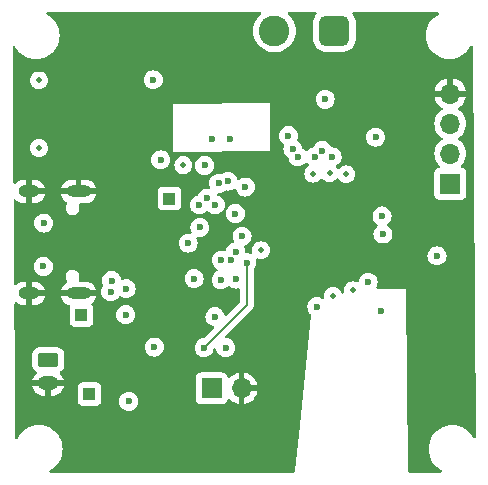
<source format=gbr>
%TF.GenerationSoftware,KiCad,Pcbnew,8.0.3*%
%TF.CreationDate,2024-11-24T21:53:37-06:00*%
%TF.ProjectId,wearable_som,77656172-6162-46c6-955f-736f6d2e6b69,rev?*%
%TF.SameCoordinates,Original*%
%TF.FileFunction,Copper,L3,Inr*%
%TF.FilePolarity,Positive*%
%FSLAX46Y46*%
G04 Gerber Fmt 4.6, Leading zero omitted, Abs format (unit mm)*
G04 Created by KiCad (PCBNEW 8.0.3) date 2024-11-24 21:53:37*
%MOMM*%
%LPD*%
G01*
G04 APERTURE LIST*
G04 Aperture macros list*
%AMRoundRect*
0 Rectangle with rounded corners*
0 $1 Rounding radius*
0 $2 $3 $4 $5 $6 $7 $8 $9 X,Y pos of 4 corners*
0 Add a 4 corners polygon primitive as box body*
4,1,4,$2,$3,$4,$5,$6,$7,$8,$9,$2,$3,0*
0 Add four circle primitives for the rounded corners*
1,1,$1+$1,$2,$3*
1,1,$1+$1,$4,$5*
1,1,$1+$1,$6,$7*
1,1,$1+$1,$8,$9*
0 Add four rect primitives between the rounded corners*
20,1,$1+$1,$2,$3,$4,$5,0*
20,1,$1+$1,$4,$5,$6,$7,0*
20,1,$1+$1,$6,$7,$8,$9,0*
20,1,$1+$1,$8,$9,$2,$3,0*%
G04 Aperture macros list end*
%TA.AperFunction,ComponentPad*%
%ADD10R,1.000000X1.000000*%
%TD*%
%TA.AperFunction,ComponentPad*%
%ADD11R,1.700000X1.700000*%
%TD*%
%TA.AperFunction,ComponentPad*%
%ADD12O,1.700000X1.700000*%
%TD*%
%TA.AperFunction,ComponentPad*%
%ADD13O,1.800000X1.000000*%
%TD*%
%TA.AperFunction,ComponentPad*%
%ADD14O,2.100000X1.000000*%
%TD*%
%TA.AperFunction,ComponentPad*%
%ADD15RoundRect,0.650000X0.650000X0.650000X-0.650000X0.650000X-0.650000X-0.650000X0.650000X-0.650000X0*%
%TD*%
%TA.AperFunction,ComponentPad*%
%ADD16C,2.600000*%
%TD*%
%TA.AperFunction,ComponentPad*%
%ADD17RoundRect,0.250000X-0.625000X0.350000X-0.625000X-0.350000X0.625000X-0.350000X0.625000X0.350000X0*%
%TD*%
%TA.AperFunction,ComponentPad*%
%ADD18O,1.750000X1.200000*%
%TD*%
%TA.AperFunction,ViaPad*%
%ADD19C,0.600000*%
%TD*%
%TA.AperFunction,ViaPad*%
%ADD20C,0.500000*%
%TD*%
%TA.AperFunction,Conductor*%
%ADD21C,0.300000*%
%TD*%
%TA.AperFunction,Conductor*%
%ADD22C,0.150000*%
%TD*%
G04 APERTURE END LIST*
D10*
%TO.N,/VBUS*%
%TO.C,TP1*%
X107550000Y-124800000D03*
%TD*%
D11*
%TO.N,/SWDIO*%
%TO.C,J1*%
X131325000Y-123545000D03*
D12*
%TO.N,/SWCLK*%
X131325000Y-121005000D03*
%TO.N,+3.3V*%
X131325000Y-118465000D03*
%TO.N,GND*%
X131325000Y-115925000D03*
%TD*%
D11*
%TO.N,/ADC1_IN1*%
%TO.C,R10*%
X111110000Y-140875000D03*
D12*
%TO.N,GND*%
X113650000Y-140875000D03*
%TD*%
D13*
%TO.N,GND*%
%TO.C,J2*%
X95670000Y-132835000D03*
X95670000Y-124195000D03*
D14*
X99850000Y-132835000D03*
X99850000Y-124195000D03*
%TD*%
D15*
%TO.N,Net-(IC2-OUTP)*%
%TO.C,M1*%
X121515000Y-110600000D03*
D16*
%TO.N,Net-(IC2-OUTN)*%
X116435000Y-110600000D03*
%TD*%
D17*
%TO.N,/VBAT+*%
%TO.C,BT1*%
X97275000Y-138450000D03*
D18*
%TO.N,GND*%
X97275000Y-140450000D03*
%TD*%
D10*
%TO.N,/VBAT+*%
%TO.C,TP2*%
X100100000Y-134675000D03*
%TD*%
%TO.N,Net-(D1-K)*%
%TO.C,TP3*%
X100775000Y-141350000D03*
%TD*%
D19*
%TO.N,/OSC_IN*%
X125425000Y-134350000D03*
X124375000Y-131875000D03*
%TO.N,GND*%
X105925000Y-118900000D03*
X107800000Y-131575000D03*
X108300000Y-144350000D03*
D20*
X122675000Y-128375000D03*
D19*
X117675000Y-116375000D03*
X117325000Y-140075000D03*
X111075000Y-126775000D03*
D20*
X118100000Y-127725000D03*
D19*
X114925000Y-116075000D03*
X103375000Y-112125000D03*
X100600000Y-143975000D03*
X105375000Y-128600000D03*
D20*
X121800000Y-127250000D03*
D19*
X132312500Y-127025000D03*
X95050000Y-130550000D03*
X110528133Y-134250000D03*
D20*
X122200000Y-125950000D03*
X120200000Y-127775000D03*
D19*
X95075000Y-126900000D03*
X111975000Y-110750000D03*
D20*
X120175000Y-129425000D03*
X118100000Y-125850000D03*
D19*
X116400000Y-142100000D03*
D20*
X122300000Y-129575000D03*
X118025000Y-129600000D03*
D19*
X101950000Y-138325000D03*
X130225000Y-131600000D03*
X104175000Y-122500000D03*
X106175000Y-110750000D03*
X106475000Y-139300000D03*
X108025000Y-141375000D03*
D20*
X122575000Y-130350000D03*
X117850000Y-130400000D03*
D19*
X125825000Y-131875000D03*
D20*
X120150000Y-125900000D03*
D19*
%TO.N,/NRST*%
X106175000Y-114750000D03*
X110088679Y-125325000D03*
%TO.N,Net-(D1-K)*%
X102650000Y-131750000D03*
X102575000Y-132700000D03*
X103875000Y-132425000D03*
X104100000Y-141975000D03*
%TO.N,+3.3V*%
X125625000Y-127800000D03*
D20*
X115300000Y-129175000D03*
D19*
X110125000Y-127250000D03*
D20*
X96500000Y-114800000D03*
D19*
X113975000Y-123825000D03*
D20*
X121400000Y-133050000D03*
D19*
X120725000Y-116400000D03*
D20*
X121100000Y-122675000D03*
D19*
X125000000Y-119600000D03*
X106275000Y-137375000D03*
D20*
X108725000Y-121975000D03*
D19*
X117625000Y-119475000D03*
D20*
X96500000Y-120525000D03*
X123075000Y-132575000D03*
D19*
X130200000Y-129650000D03*
%TO.N,/VBUS*%
X103850000Y-134637000D03*
%TO.N,/ICS1_SCL*%
X118433378Y-121275000D03*
X113131216Y-126070131D03*
%TO.N,/NIRQ*%
X119850000Y-121275000D03*
X120025000Y-133950000D03*
%TO.N,/ICS1_SDA*%
X117997755Y-120604004D03*
X110525000Y-122000000D03*
X111425000Y-125325000D03*
D20*
%TO.N,/SWCLK*%
X119725000Y-122700000D03*
D19*
X120500000Y-120750000D03*
D20*
%TO.N,/SWDIO*%
X122525000Y-122741315D03*
D19*
X121325000Y-121275000D03*
%TO.N,Net-(U3-PROG)*%
X109637500Y-131575000D03*
%TO.N,Net-(U1-PH3)*%
X110725000Y-124750000D03*
X106800000Y-121525000D03*
%TO.N,/ADC1_IN1*%
X112312500Y-137425000D03*
X113694087Y-127980913D03*
%TO.N,/STAT*%
X111400000Y-134800000D03*
X125547518Y-126277482D03*
%TO.N,/SPI1_MOSI*%
X111925000Y-131675000D03*
X111925000Y-130025000D03*
%TO.N,/INT2*%
X113163275Y-129290560D03*
X109125000Y-128575000D03*
%TO.N,+3.3VA*%
X114087116Y-130225000D03*
X110487500Y-137425000D03*
%TO.N,/SPI1_MISO*%
X113175000Y-131625000D03*
X112725003Y-130025000D03*
%TO.N,/CC1*%
X96900000Y-126875000D03*
%TO.N,Net-(J2-CC2)*%
X96875000Y-130550000D03*
%TO.N,/RCC_OSC32_IN*%
X112500000Y-123325000D03*
X112675000Y-119775000D03*
%TO.N,/RCC_OSC32_OUT*%
X111175000Y-119775000D03*
X111721966Y-123511182D03*
%TD*%
D21*
%TO.N,GND*%
X99850000Y-132835000D02*
X95670000Y-132835000D01*
X99850000Y-124195000D02*
X95670000Y-124195000D01*
D22*
%TO.N,+3.3VA*%
X114087116Y-130225000D02*
X114100000Y-130237884D01*
X114100000Y-130237884D02*
X114100000Y-133812500D01*
X114100000Y-133812500D02*
X110487500Y-137425000D01*
%TD*%
%TA.AperFunction,Conductor*%
%TO.N,GND*%
G36*
X115262822Y-109020185D02*
G01*
X115308577Y-109072989D01*
X115318521Y-109142147D01*
X115289496Y-109205703D01*
X115280130Y-109215392D01*
X115260796Y-109233332D01*
X115111442Y-109371910D01*
X114943185Y-109582898D01*
X114808258Y-109816599D01*
X114808256Y-109816603D01*
X114709666Y-110067804D01*
X114709664Y-110067811D01*
X114649616Y-110330898D01*
X114629451Y-110599995D01*
X114629451Y-110600004D01*
X114649616Y-110869101D01*
X114709664Y-111132188D01*
X114709666Y-111132195D01*
X114808257Y-111383398D01*
X114943185Y-111617102D01*
X115014680Y-111706753D01*
X115111442Y-111828089D01*
X115283945Y-111988147D01*
X115309259Y-112011635D01*
X115532226Y-112163651D01*
X115775359Y-112280738D01*
X116033228Y-112360280D01*
X116033229Y-112360280D01*
X116033232Y-112360281D01*
X116300063Y-112400499D01*
X116300068Y-112400499D01*
X116300071Y-112400500D01*
X116300072Y-112400500D01*
X116569928Y-112400500D01*
X116569929Y-112400500D01*
X116569936Y-112400499D01*
X116836767Y-112360281D01*
X116836768Y-112360280D01*
X116836772Y-112360280D01*
X117094641Y-112280738D01*
X117337775Y-112163651D01*
X117560741Y-112011635D01*
X117714259Y-111869190D01*
X117758557Y-111828089D01*
X117758557Y-111828087D01*
X117758561Y-111828085D01*
X117926815Y-111617102D01*
X118061743Y-111383398D01*
X118160334Y-111132195D01*
X118220383Y-110869103D01*
X118240549Y-110600000D01*
X118228181Y-110434962D01*
X118220383Y-110330898D01*
X118220383Y-110330897D01*
X118160334Y-110067805D01*
X118061743Y-109816602D01*
X117926815Y-109582898D01*
X117758561Y-109371915D01*
X117758560Y-109371914D01*
X117758557Y-109371910D01*
X117648739Y-109270015D01*
X117589875Y-109215397D01*
X117554121Y-109155371D01*
X117556496Y-109085541D01*
X117596246Y-109028081D01*
X117660752Y-109001233D01*
X117674217Y-109000500D01*
X119888084Y-109000500D01*
X119955123Y-109020185D01*
X120000878Y-109072989D01*
X120010822Y-109142147D01*
X119981797Y-109205703D01*
X119976279Y-109211628D01*
X119976088Y-109211858D01*
X119855592Y-109387761D01*
X119769467Y-109582817D01*
X119769465Y-109582823D01*
X119720652Y-109790359D01*
X119720650Y-109790375D01*
X119714500Y-109878984D01*
X119714500Y-111321015D01*
X119720650Y-111409624D01*
X119720652Y-111409640D01*
X119769465Y-111617176D01*
X119769467Y-111617182D01*
X119769468Y-111617185D01*
X119855591Y-111812237D01*
X119869928Y-111833166D01*
X119976088Y-111988141D01*
X119976093Y-111988147D01*
X120126852Y-112138906D01*
X120126858Y-112138911D01*
X120302763Y-112259409D01*
X120497815Y-112345532D01*
X120497821Y-112345533D01*
X120497823Y-112345534D01*
X120705359Y-112394347D01*
X120705364Y-112394347D01*
X120705370Y-112394349D01*
X120754602Y-112397766D01*
X120793984Y-112400500D01*
X120793988Y-112400500D01*
X122236016Y-112400500D01*
X122271459Y-112398039D01*
X122324630Y-112394349D01*
X122324636Y-112394347D01*
X122324640Y-112394347D01*
X122532176Y-112345534D01*
X122532174Y-112345534D01*
X122532185Y-112345532D01*
X122727237Y-112259409D01*
X122903142Y-112138911D01*
X123053911Y-111988142D01*
X123174409Y-111812237D01*
X123260532Y-111617185D01*
X123309349Y-111409630D01*
X123315500Y-111321012D01*
X123315500Y-109878988D01*
X123309349Y-109790370D01*
X123309347Y-109790364D01*
X123309347Y-109790359D01*
X123260534Y-109582823D01*
X123260532Y-109582817D01*
X123260532Y-109582815D01*
X123174409Y-109387763D01*
X123053911Y-109211858D01*
X123050249Y-109207448D01*
X123051213Y-109206647D01*
X123020750Y-109150858D01*
X123025734Y-109081166D01*
X123067606Y-109025233D01*
X123133070Y-109000816D01*
X123141916Y-109000500D01*
X130251744Y-109000500D01*
X130318783Y-109020185D01*
X130364538Y-109072989D01*
X130374482Y-109142147D01*
X130345457Y-109205703D01*
X130311171Y-109233332D01*
X130165690Y-109312770D01*
X130165682Y-109312775D01*
X129936612Y-109484254D01*
X129936594Y-109484270D01*
X129734270Y-109686594D01*
X129734254Y-109686612D01*
X129562775Y-109915682D01*
X129562770Y-109915690D01*
X129425635Y-110166833D01*
X129325628Y-110434962D01*
X129264804Y-110714566D01*
X129244390Y-110999998D01*
X129244390Y-111000001D01*
X129264804Y-111285433D01*
X129325628Y-111565037D01*
X129425635Y-111833166D01*
X129562770Y-112084309D01*
X129562775Y-112084317D01*
X129734254Y-112313387D01*
X129734270Y-112313405D01*
X129936594Y-112515729D01*
X129936612Y-112515745D01*
X130165682Y-112687224D01*
X130165690Y-112687229D01*
X130416833Y-112824364D01*
X130416832Y-112824364D01*
X130416836Y-112824365D01*
X130416839Y-112824367D01*
X130684954Y-112924369D01*
X130684960Y-112924370D01*
X130684962Y-112924371D01*
X130964566Y-112985195D01*
X130964568Y-112985195D01*
X130964572Y-112985196D01*
X131218220Y-113003337D01*
X131249999Y-113005610D01*
X131250000Y-113005610D01*
X131250001Y-113005610D01*
X131278595Y-113003564D01*
X131535428Y-112985196D01*
X131815046Y-112924369D01*
X132083161Y-112824367D01*
X132334315Y-112687226D01*
X132563395Y-112515739D01*
X132765739Y-112313395D01*
X132937226Y-112084315D01*
X133026925Y-111920043D01*
X133076330Y-111870638D01*
X133144603Y-111855786D01*
X133210067Y-111880203D01*
X133251939Y-111936136D01*
X133259754Y-111978609D01*
X133488942Y-144981554D01*
X133469723Y-145048728D01*
X133417238Y-145094849D01*
X133348151Y-145105272D01*
X133284395Y-145076690D01*
X133256113Y-145041842D01*
X133244946Y-145021392D01*
X133187226Y-144915685D01*
X133187224Y-144915682D01*
X133015745Y-144686612D01*
X133015729Y-144686594D01*
X132813405Y-144484270D01*
X132813387Y-144484254D01*
X132584317Y-144312775D01*
X132584309Y-144312770D01*
X132333166Y-144175635D01*
X132333167Y-144175635D01*
X132225915Y-144135632D01*
X132065046Y-144075631D01*
X132065043Y-144075630D01*
X132065037Y-144075628D01*
X131785433Y-144014804D01*
X131500001Y-143994390D01*
X131499999Y-143994390D01*
X131214566Y-144014804D01*
X130934962Y-144075628D01*
X130666833Y-144175635D01*
X130415690Y-144312770D01*
X130415682Y-144312775D01*
X130186612Y-144484254D01*
X130186594Y-144484270D01*
X129984270Y-144686594D01*
X129984254Y-144686612D01*
X129812775Y-144915682D01*
X129812770Y-144915690D01*
X129675635Y-145166833D01*
X129575628Y-145434962D01*
X129514804Y-145714566D01*
X129494390Y-145999998D01*
X129494390Y-146000001D01*
X129514804Y-146285433D01*
X129575628Y-146565037D01*
X129575630Y-146565043D01*
X129575631Y-146565046D01*
X129628485Y-146706753D01*
X129675635Y-146833166D01*
X129812770Y-147084309D01*
X129812775Y-147084317D01*
X129984254Y-147313387D01*
X129984270Y-147313405D01*
X130186594Y-147515729D01*
X130186612Y-147515745D01*
X130415682Y-147687224D01*
X130415690Y-147687229D01*
X130561171Y-147766668D01*
X130610576Y-147816073D01*
X130625428Y-147884346D01*
X130601011Y-147949811D01*
X130545077Y-147991682D01*
X130501744Y-147999500D01*
X127892140Y-147999500D01*
X127825101Y-147979815D01*
X127779346Y-147927011D01*
X127768150Y-147877050D01*
X127767491Y-147824367D01*
X127575000Y-132425000D01*
X125199182Y-132425000D01*
X125132143Y-132405315D01*
X125086388Y-132352511D01*
X125076444Y-132283353D01*
X125094188Y-132235028D01*
X125100788Y-132224523D01*
X125100789Y-132224522D01*
X125160368Y-132054255D01*
X125160369Y-132054249D01*
X125180565Y-131875003D01*
X125180565Y-131874996D01*
X125160369Y-131695750D01*
X125160368Y-131695745D01*
X125140733Y-131639631D01*
X125100789Y-131525478D01*
X125082106Y-131495745D01*
X125004815Y-131372737D01*
X124877262Y-131245184D01*
X124724523Y-131149211D01*
X124554254Y-131089631D01*
X124554249Y-131089630D01*
X124375004Y-131069435D01*
X124374996Y-131069435D01*
X124195750Y-131089630D01*
X124195745Y-131089631D01*
X124025476Y-131149211D01*
X123872737Y-131245184D01*
X123745184Y-131372737D01*
X123649211Y-131525476D01*
X123589631Y-131695745D01*
X123589630Y-131695749D01*
X123578330Y-131796042D01*
X123551263Y-131860456D01*
X123493668Y-131900011D01*
X123423831Y-131902148D01*
X123409276Y-131896803D01*
X123409262Y-131896844D01*
X123402691Y-131894544D01*
X123402690Y-131894544D01*
X123346845Y-131875003D01*
X123243056Y-131838685D01*
X123075003Y-131819751D01*
X123074997Y-131819751D01*
X122906943Y-131838685D01*
X122747305Y-131894545D01*
X122747302Y-131894547D01*
X122604115Y-131984518D01*
X122604109Y-131984523D01*
X122484523Y-132104109D01*
X122484518Y-132104115D01*
X122394547Y-132247302D01*
X122394545Y-132247305D01*
X122338685Y-132406943D01*
X122319751Y-132574997D01*
X122319751Y-132575003D01*
X122334658Y-132707312D01*
X122322603Y-132776134D01*
X122275254Y-132827513D01*
X122207644Y-132845137D01*
X122141238Y-132823410D01*
X122097120Y-132769231D01*
X122094396Y-132762149D01*
X122080455Y-132722307D01*
X122080452Y-132722302D01*
X121990481Y-132579115D01*
X121990476Y-132579109D01*
X121870890Y-132459523D01*
X121870884Y-132459518D01*
X121727697Y-132369547D01*
X121727694Y-132369545D01*
X121568056Y-132313685D01*
X121400003Y-132294751D01*
X121399997Y-132294751D01*
X121231943Y-132313685D01*
X121072305Y-132369545D01*
X121072302Y-132369547D01*
X120929115Y-132459518D01*
X120929109Y-132459523D01*
X120809523Y-132579109D01*
X120809518Y-132579115D01*
X120719547Y-132722302D01*
X120719545Y-132722305D01*
X120663685Y-132881943D01*
X120644751Y-133049997D01*
X120644751Y-133050003D01*
X120657634Y-133164348D01*
X120645579Y-133233170D01*
X120598230Y-133284549D01*
X120530620Y-133302173D01*
X120468442Y-133283225D01*
X120374522Y-133224211D01*
X120204254Y-133164631D01*
X120204249Y-133164630D01*
X120025004Y-133144435D01*
X120024996Y-133144435D01*
X119845750Y-133164630D01*
X119845745Y-133164631D01*
X119675476Y-133224211D01*
X119522737Y-133320184D01*
X119395184Y-133447737D01*
X119299211Y-133600476D01*
X119239631Y-133770745D01*
X119239630Y-133770750D01*
X119219435Y-133949996D01*
X119219435Y-133950003D01*
X119239630Y-134129249D01*
X119239631Y-134129254D01*
X119299211Y-134299523D01*
X119395184Y-134452262D01*
X119485119Y-134542197D01*
X119518604Y-134603520D01*
X119520836Y-134642085D01*
X118595699Y-143994390D01*
X118212915Y-147863993D01*
X118210569Y-147887707D01*
X118184380Y-147952483D01*
X118127329Y-147992817D01*
X118087171Y-147999500D01*
X97498256Y-147999500D01*
X97431217Y-147979815D01*
X97385462Y-147927011D01*
X97375518Y-147857853D01*
X97404543Y-147794297D01*
X97438829Y-147766668D01*
X97516982Y-147723992D01*
X97584315Y-147687226D01*
X97813395Y-147515739D01*
X98015739Y-147313395D01*
X98187226Y-147084315D01*
X98324367Y-146833161D01*
X98424369Y-146565046D01*
X98485196Y-146285428D01*
X98505610Y-146000000D01*
X98485196Y-145714572D01*
X98424369Y-145434954D01*
X98324367Y-145166839D01*
X98312013Y-145144215D01*
X98187229Y-144915690D01*
X98187224Y-144915682D01*
X98015745Y-144686612D01*
X98015729Y-144686594D01*
X97813405Y-144484270D01*
X97813387Y-144484254D01*
X97584317Y-144312775D01*
X97584309Y-144312770D01*
X97333166Y-144175635D01*
X97333167Y-144175635D01*
X97225915Y-144135632D01*
X97065046Y-144075631D01*
X97065043Y-144075630D01*
X97065037Y-144075628D01*
X96785433Y-144014804D01*
X96500001Y-143994390D01*
X96499999Y-143994390D01*
X96214566Y-144014804D01*
X95934962Y-144075628D01*
X95666833Y-144175635D01*
X95415690Y-144312770D01*
X95415682Y-144312775D01*
X95186612Y-144484254D01*
X95186594Y-144484270D01*
X94984270Y-144686594D01*
X94984254Y-144686612D01*
X94812775Y-144915682D01*
X94812770Y-144915690D01*
X94723073Y-145079958D01*
X94673668Y-145129363D01*
X94605395Y-145144215D01*
X94539930Y-145119798D01*
X94498059Y-145063864D01*
X94490244Y-145021392D01*
X94468553Y-141897883D01*
X94441831Y-138049983D01*
X95899500Y-138049983D01*
X95899500Y-138850001D01*
X95899501Y-138850019D01*
X95910000Y-138952796D01*
X95910001Y-138952799D01*
X95965185Y-139119331D01*
X95965186Y-139119334D01*
X96057288Y-139268656D01*
X96181344Y-139392712D01*
X96245981Y-139432580D01*
X96292705Y-139484526D01*
X96303928Y-139553489D01*
X96276085Y-139617571D01*
X96268566Y-139625799D01*
X96160964Y-139733401D01*
X96059195Y-139873475D01*
X95980591Y-140027744D01*
X95927085Y-140192415D01*
X95925884Y-140199999D01*
X95925885Y-140200000D01*
X96994670Y-140200000D01*
X96974925Y-140219745D01*
X96925556Y-140305255D01*
X96900000Y-140400630D01*
X96900000Y-140499370D01*
X96925556Y-140594745D01*
X96974925Y-140680255D01*
X96994670Y-140700000D01*
X95925885Y-140700000D01*
X95927085Y-140707584D01*
X95980591Y-140872255D01*
X96059195Y-141026524D01*
X96160967Y-141166602D01*
X96283397Y-141289032D01*
X96423475Y-141390804D01*
X96577742Y-141469408D01*
X96742415Y-141522914D01*
X96913429Y-141550000D01*
X97025000Y-141550000D01*
X97025000Y-140730330D01*
X97044745Y-140750075D01*
X97130255Y-140799444D01*
X97225630Y-140825000D01*
X97324370Y-140825000D01*
X97419745Y-140799444D01*
X97505255Y-140750075D01*
X97525000Y-140730330D01*
X97525000Y-141550000D01*
X97636571Y-141550000D01*
X97807584Y-141522914D01*
X97972257Y-141469408D01*
X98126524Y-141390804D01*
X98266602Y-141289032D01*
X98389032Y-141166602D01*
X98490804Y-141026524D01*
X98569408Y-140872255D01*
X98592192Y-140802135D01*
X99774500Y-140802135D01*
X99774500Y-141897870D01*
X99774501Y-141897876D01*
X99780908Y-141957483D01*
X99831202Y-142092328D01*
X99831206Y-142092335D01*
X99917452Y-142207544D01*
X99917455Y-142207547D01*
X100032664Y-142293793D01*
X100032671Y-142293797D01*
X100167517Y-142344091D01*
X100167516Y-142344091D01*
X100174444Y-142344835D01*
X100227127Y-142350500D01*
X101322872Y-142350499D01*
X101382483Y-142344091D01*
X101517331Y-142293796D01*
X101632546Y-142207546D01*
X101718796Y-142092331D01*
X101762559Y-141974996D01*
X103294435Y-141974996D01*
X103294435Y-141975003D01*
X103314630Y-142154249D01*
X103314631Y-142154254D01*
X103374211Y-142324523D01*
X103390533Y-142350499D01*
X103470184Y-142477262D01*
X103597738Y-142604816D01*
X103750478Y-142700789D01*
X103920745Y-142760368D01*
X103920750Y-142760369D01*
X104099996Y-142780565D01*
X104100000Y-142780565D01*
X104100004Y-142780565D01*
X104279249Y-142760369D01*
X104279252Y-142760368D01*
X104279255Y-142760368D01*
X104449522Y-142700789D01*
X104602262Y-142604816D01*
X104729816Y-142477262D01*
X104825789Y-142324522D01*
X104885368Y-142154255D01*
X104886024Y-142148433D01*
X104905565Y-141975003D01*
X104905565Y-141974996D01*
X104885369Y-141795750D01*
X104885368Y-141795745D01*
X104825788Y-141625476D01*
X104729815Y-141472737D01*
X104602262Y-141345184D01*
X104449523Y-141249211D01*
X104279254Y-141189631D01*
X104279249Y-141189630D01*
X104100004Y-141169435D01*
X104099996Y-141169435D01*
X103920750Y-141189630D01*
X103920745Y-141189631D01*
X103750476Y-141249211D01*
X103597737Y-141345184D01*
X103470184Y-141472737D01*
X103374211Y-141625476D01*
X103314631Y-141795745D01*
X103314630Y-141795750D01*
X103294435Y-141974996D01*
X101762559Y-141974996D01*
X101769091Y-141957483D01*
X101775500Y-141897873D01*
X101775499Y-140802128D01*
X101769091Y-140742517D01*
X101753233Y-140700000D01*
X101718797Y-140607671D01*
X101718793Y-140607664D01*
X101632547Y-140492455D01*
X101632544Y-140492452D01*
X101517335Y-140406206D01*
X101517328Y-140406202D01*
X101382482Y-140355908D01*
X101382483Y-140355908D01*
X101322883Y-140349501D01*
X101322881Y-140349500D01*
X101322873Y-140349500D01*
X101322864Y-140349500D01*
X100227129Y-140349500D01*
X100227123Y-140349501D01*
X100167516Y-140355908D01*
X100032671Y-140406202D01*
X100032664Y-140406206D01*
X99917455Y-140492452D01*
X99917452Y-140492455D01*
X99831206Y-140607664D01*
X99831202Y-140607671D01*
X99780908Y-140742517D01*
X99780096Y-140750075D01*
X99774501Y-140802123D01*
X99774500Y-140802135D01*
X98592192Y-140802135D01*
X98622914Y-140707584D01*
X98624115Y-140700000D01*
X97555330Y-140700000D01*
X97575075Y-140680255D01*
X97624444Y-140594745D01*
X97650000Y-140499370D01*
X97650000Y-140400630D01*
X97624444Y-140305255D01*
X97575075Y-140219745D01*
X97555330Y-140200000D01*
X98624115Y-140200000D01*
X98624115Y-140199999D01*
X98622914Y-140192415D01*
X98569408Y-140027744D01*
X98543621Y-139977135D01*
X109759500Y-139977135D01*
X109759500Y-141772870D01*
X109759501Y-141772876D01*
X109765908Y-141832483D01*
X109816202Y-141967328D01*
X109816206Y-141967335D01*
X109902452Y-142082544D01*
X109902455Y-142082547D01*
X110017664Y-142168793D01*
X110017671Y-142168797D01*
X110152517Y-142219091D01*
X110152516Y-142219091D01*
X110159444Y-142219835D01*
X110212127Y-142225500D01*
X112007872Y-142225499D01*
X112067483Y-142219091D01*
X112202331Y-142168796D01*
X112317546Y-142082546D01*
X112403796Y-141967331D01*
X112407470Y-141957482D01*
X112429702Y-141897873D01*
X112453002Y-141835401D01*
X112494872Y-141779468D01*
X112560337Y-141755050D01*
X112628610Y-141769901D01*
X112656865Y-141791053D01*
X112778917Y-141913105D01*
X112972421Y-142048600D01*
X113186507Y-142148429D01*
X113186516Y-142148433D01*
X113400000Y-142205634D01*
X113400000Y-141308012D01*
X113457007Y-141340925D01*
X113584174Y-141375000D01*
X113715826Y-141375000D01*
X113842993Y-141340925D01*
X113900000Y-141308012D01*
X113900000Y-142205633D01*
X114113483Y-142148433D01*
X114113492Y-142148429D01*
X114327578Y-142048600D01*
X114521082Y-141913105D01*
X114688105Y-141746082D01*
X114823600Y-141552578D01*
X114923429Y-141338492D01*
X114923432Y-141338486D01*
X114980636Y-141125000D01*
X114083012Y-141125000D01*
X114115925Y-141067993D01*
X114150000Y-140940826D01*
X114150000Y-140809174D01*
X114115925Y-140682007D01*
X114083012Y-140625000D01*
X114980636Y-140625000D01*
X114980635Y-140624999D01*
X114923432Y-140411513D01*
X114923429Y-140411507D01*
X114823600Y-140197422D01*
X114823599Y-140197420D01*
X114688113Y-140003926D01*
X114688108Y-140003920D01*
X114521082Y-139836894D01*
X114327578Y-139701399D01*
X114113492Y-139601570D01*
X114113486Y-139601567D01*
X113900000Y-139544364D01*
X113900000Y-140441988D01*
X113842993Y-140409075D01*
X113715826Y-140375000D01*
X113584174Y-140375000D01*
X113457007Y-140409075D01*
X113400000Y-140441988D01*
X113400000Y-139544364D01*
X113399999Y-139544364D01*
X113186513Y-139601567D01*
X113186507Y-139601570D01*
X112972422Y-139701399D01*
X112972420Y-139701400D01*
X112778926Y-139836886D01*
X112656865Y-139958947D01*
X112595542Y-139992431D01*
X112525850Y-139987447D01*
X112469917Y-139945575D01*
X112453002Y-139914598D01*
X112403797Y-139782671D01*
X112403793Y-139782664D01*
X112317547Y-139667455D01*
X112317544Y-139667452D01*
X112202335Y-139581206D01*
X112202328Y-139581202D01*
X112067482Y-139530908D01*
X112067483Y-139530908D01*
X112007883Y-139524501D01*
X112007881Y-139524500D01*
X112007873Y-139524500D01*
X112007864Y-139524500D01*
X110212129Y-139524500D01*
X110212123Y-139524501D01*
X110152516Y-139530908D01*
X110017671Y-139581202D01*
X110017664Y-139581206D01*
X109902455Y-139667452D01*
X109902452Y-139667455D01*
X109816206Y-139782664D01*
X109816202Y-139782671D01*
X109765908Y-139917517D01*
X109759501Y-139977116D01*
X109759500Y-139977135D01*
X98543621Y-139977135D01*
X98490804Y-139873475D01*
X98389032Y-139733397D01*
X98281434Y-139625799D01*
X98247949Y-139564476D01*
X98252933Y-139494784D01*
X98294805Y-139438851D01*
X98303995Y-139432594D01*
X98368656Y-139392712D01*
X98492712Y-139268656D01*
X98584814Y-139119334D01*
X98639999Y-138952797D01*
X98650500Y-138850009D01*
X98650499Y-138049992D01*
X98639999Y-137947203D01*
X98584814Y-137780666D01*
X98492712Y-137631344D01*
X98368656Y-137507288D01*
X98275888Y-137450069D01*
X98219336Y-137415187D01*
X98219331Y-137415185D01*
X98217862Y-137414698D01*
X98098049Y-137374996D01*
X105469435Y-137374996D01*
X105469435Y-137375003D01*
X105489630Y-137554249D01*
X105489631Y-137554254D01*
X105549211Y-137724523D01*
X105584490Y-137780668D01*
X105645184Y-137877262D01*
X105772738Y-138004816D01*
X105925478Y-138100789D01*
X106068367Y-138150788D01*
X106095745Y-138160368D01*
X106095750Y-138160369D01*
X106274996Y-138180565D01*
X106275000Y-138180565D01*
X106275004Y-138180565D01*
X106454249Y-138160369D01*
X106454252Y-138160368D01*
X106454255Y-138160368D01*
X106624522Y-138100789D01*
X106777262Y-138004816D01*
X106904816Y-137877262D01*
X107000789Y-137724522D01*
X107060368Y-137554255D01*
X107065660Y-137507288D01*
X107074932Y-137424996D01*
X109681935Y-137424996D01*
X109681935Y-137425003D01*
X109702130Y-137604249D01*
X109702131Y-137604254D01*
X109761711Y-137774523D01*
X109826267Y-137877262D01*
X109857684Y-137927262D01*
X109985238Y-138054816D01*
X110137978Y-138150789D01*
X110223073Y-138180565D01*
X110308245Y-138210368D01*
X110308250Y-138210369D01*
X110487496Y-138230565D01*
X110487500Y-138230565D01*
X110487504Y-138230565D01*
X110666749Y-138210369D01*
X110666752Y-138210368D01*
X110666755Y-138210368D01*
X110837022Y-138150789D01*
X110989762Y-138054816D01*
X111117316Y-137927262D01*
X111213289Y-137774522D01*
X111272868Y-137604255D01*
X111276779Y-137569538D01*
X111303843Y-137505127D01*
X111361437Y-137465571D01*
X111431274Y-137463431D01*
X111491181Y-137499387D01*
X111522139Y-137562024D01*
X111523219Y-137569536D01*
X111527131Y-137604251D01*
X111527131Y-137604254D01*
X111586711Y-137774523D01*
X111651267Y-137877262D01*
X111682684Y-137927262D01*
X111810238Y-138054816D01*
X111962978Y-138150789D01*
X112048073Y-138180565D01*
X112133245Y-138210368D01*
X112133250Y-138210369D01*
X112312496Y-138230565D01*
X112312500Y-138230565D01*
X112312504Y-138230565D01*
X112491749Y-138210369D01*
X112491752Y-138210368D01*
X112491755Y-138210368D01*
X112662022Y-138150789D01*
X112814762Y-138054816D01*
X112942316Y-137927262D01*
X113038289Y-137774522D01*
X113097868Y-137604255D01*
X113097868Y-137604252D01*
X113097869Y-137604249D01*
X113118065Y-137425003D01*
X113118065Y-137424996D01*
X113097869Y-137245750D01*
X113097868Y-137245745D01*
X113038288Y-137075476D01*
X112942315Y-136922737D01*
X112814762Y-136795184D01*
X112662023Y-136699211D01*
X112491754Y-136639631D01*
X112491750Y-136639630D01*
X112383628Y-136627448D01*
X112319214Y-136600381D01*
X112279659Y-136542786D01*
X112277522Y-136472949D01*
X112309829Y-136416549D01*
X114560514Y-134165866D01*
X114636281Y-134034635D01*
X114675500Y-133888267D01*
X114675500Y-133736734D01*
X114675500Y-130820056D01*
X114695185Y-130753017D01*
X114711819Y-130732375D01*
X114716932Y-130727262D01*
X114812905Y-130574522D01*
X114872484Y-130404255D01*
X114872485Y-130404249D01*
X114892681Y-130225003D01*
X114892681Y-130224996D01*
X114872485Y-130045750D01*
X114872482Y-130045737D01*
X114867725Y-130032142D01*
X114864163Y-129962363D01*
X114898891Y-129901736D01*
X114960884Y-129869508D01*
X115025720Y-129874144D01*
X115029530Y-129875478D01*
X115131943Y-129911314D01*
X115299997Y-129930249D01*
X115300000Y-129930249D01*
X115300003Y-129930249D01*
X115468056Y-129911314D01*
X115468059Y-129911313D01*
X115627690Y-129855456D01*
X115627692Y-129855454D01*
X115627694Y-129855454D01*
X115627697Y-129855452D01*
X115770884Y-129765481D01*
X115770885Y-129765480D01*
X115770890Y-129765477D01*
X115886371Y-129649996D01*
X129394435Y-129649996D01*
X129394435Y-129650003D01*
X129414630Y-129829249D01*
X129414631Y-129829254D01*
X129474211Y-129999523D01*
X129504507Y-130047738D01*
X129570184Y-130152262D01*
X129697738Y-130279816D01*
X129788080Y-130336582D01*
X129848461Y-130374522D01*
X129850478Y-130375789D01*
X130020745Y-130435368D01*
X130020750Y-130435369D01*
X130199996Y-130455565D01*
X130200000Y-130455565D01*
X130200004Y-130455565D01*
X130379249Y-130435369D01*
X130379252Y-130435368D01*
X130379255Y-130435368D01*
X130549522Y-130375789D01*
X130702262Y-130279816D01*
X130829816Y-130152262D01*
X130925789Y-129999522D01*
X130985368Y-129829255D01*
X130985369Y-129829249D01*
X131005565Y-129650003D01*
X131005565Y-129649996D01*
X130985369Y-129470750D01*
X130985368Y-129470745D01*
X130967141Y-129418655D01*
X130925789Y-129300478D01*
X130922620Y-129295435D01*
X130874866Y-129219435D01*
X130829816Y-129147738D01*
X130702262Y-129020184D01*
X130681186Y-129006941D01*
X130549523Y-128924211D01*
X130379254Y-128864631D01*
X130379249Y-128864630D01*
X130200004Y-128844435D01*
X130199996Y-128844435D01*
X130020750Y-128864630D01*
X130020745Y-128864631D01*
X129850476Y-128924211D01*
X129697737Y-129020184D01*
X129570184Y-129147737D01*
X129474211Y-129300476D01*
X129414631Y-129470745D01*
X129414630Y-129470750D01*
X129394435Y-129649996D01*
X115886371Y-129649996D01*
X115890477Y-129645890D01*
X115980452Y-129502697D01*
X115980454Y-129502694D01*
X115980454Y-129502692D01*
X115980456Y-129502690D01*
X116036313Y-129343059D01*
X116036313Y-129343058D01*
X116036314Y-129343056D01*
X116055249Y-129175002D01*
X116055249Y-129174997D01*
X116036314Y-129006943D01*
X115980454Y-128847305D01*
X115980452Y-128847302D01*
X115890481Y-128704115D01*
X115890476Y-128704109D01*
X115770890Y-128584523D01*
X115770884Y-128584518D01*
X115627697Y-128494547D01*
X115627694Y-128494545D01*
X115468056Y-128438685D01*
X115300003Y-128419751D01*
X115299997Y-128419751D01*
X115131943Y-128438685D01*
X114972305Y-128494545D01*
X114972302Y-128494547D01*
X114829115Y-128584518D01*
X114829109Y-128584523D01*
X114709523Y-128704109D01*
X114709518Y-128704115D01*
X114619547Y-128847302D01*
X114619545Y-128847305D01*
X114563685Y-129006943D01*
X114544751Y-129174997D01*
X114544751Y-129175002D01*
X114564466Y-129349979D01*
X114563048Y-129350138D01*
X114559243Y-129412098D01*
X114517936Y-129468450D01*
X114452721Y-129493524D01*
X114401677Y-129486977D01*
X114266373Y-129439632D01*
X114266365Y-129439630D01*
X114080197Y-129418655D01*
X114080516Y-129415816D01*
X114025801Y-129399750D01*
X113980046Y-129346946D01*
X113968840Y-129295435D01*
X113968840Y-129290557D01*
X113948644Y-129111310D01*
X113948643Y-129111305D01*
X113889063Y-128941036D01*
X113878941Y-128924927D01*
X113859941Y-128857691D01*
X113880309Y-128790855D01*
X113933576Y-128745641D01*
X113942975Y-128741915D01*
X114043609Y-128706702D01*
X114196349Y-128610729D01*
X114323903Y-128483175D01*
X114419876Y-128330435D01*
X114479455Y-128160168D01*
X114492081Y-128048108D01*
X114499652Y-127980916D01*
X114499652Y-127980909D01*
X114479456Y-127801663D01*
X114479455Y-127801658D01*
X114419875Y-127631389D01*
X114380669Y-127568993D01*
X114323903Y-127478651D01*
X114196349Y-127351097D01*
X114111429Y-127297738D01*
X114043610Y-127255124D01*
X113873341Y-127195544D01*
X113873336Y-127195543D01*
X113694091Y-127175348D01*
X113694083Y-127175348D01*
X113514837Y-127195543D01*
X113514832Y-127195544D01*
X113344563Y-127255124D01*
X113191824Y-127351097D01*
X113064271Y-127478650D01*
X112968298Y-127631389D01*
X112908718Y-127801658D01*
X112908717Y-127801663D01*
X112888522Y-127980909D01*
X112888522Y-127980916D01*
X112908718Y-128160165D01*
X112968299Y-128330438D01*
X112978420Y-128346546D01*
X112997420Y-128413783D01*
X112977052Y-128480618D01*
X112923783Y-128525831D01*
X112914381Y-128529558D01*
X112813755Y-128564769D01*
X112661012Y-128660744D01*
X112533459Y-128788297D01*
X112437486Y-128941036D01*
X112377906Y-129111305D01*
X112377906Y-129111308D01*
X112371025Y-129172375D01*
X112343958Y-129236788D01*
X112286363Y-129276343D01*
X112216526Y-129278480D01*
X112206850Y-129275531D01*
X112104262Y-129239633D01*
X112104249Y-129239630D01*
X111925004Y-129219435D01*
X111924996Y-129219435D01*
X111745750Y-129239630D01*
X111745745Y-129239631D01*
X111575476Y-129299211D01*
X111422737Y-129395184D01*
X111295184Y-129522737D01*
X111199211Y-129675476D01*
X111139631Y-129845745D01*
X111139630Y-129845750D01*
X111119435Y-130024996D01*
X111119435Y-130025003D01*
X111139630Y-130204249D01*
X111139631Y-130204254D01*
X111199211Y-130374523D01*
X111295184Y-130527262D01*
X111422738Y-130654816D01*
X111506878Y-130707684D01*
X111566274Y-130745006D01*
X111612565Y-130797341D01*
X111623213Y-130866395D01*
X111594838Y-130930243D01*
X111566274Y-130954994D01*
X111422737Y-131045184D01*
X111295184Y-131172737D01*
X111199211Y-131325476D01*
X111139631Y-131495745D01*
X111139630Y-131495750D01*
X111119435Y-131674996D01*
X111119435Y-131675003D01*
X111139630Y-131854249D01*
X111139631Y-131854254D01*
X111199211Y-132024523D01*
X111250280Y-132105798D01*
X111295184Y-132177262D01*
X111422738Y-132304816D01*
X111495409Y-132350478D01*
X111525753Y-132369545D01*
X111575478Y-132400789D01*
X111660573Y-132430565D01*
X111745745Y-132460368D01*
X111745750Y-132460369D01*
X111924996Y-132480565D01*
X111925000Y-132480565D01*
X111925004Y-132480565D01*
X112104249Y-132460369D01*
X112104252Y-132460368D01*
X112104255Y-132460368D01*
X112274522Y-132400789D01*
X112427262Y-132304816D01*
X112487319Y-132244759D01*
X112548642Y-132211274D01*
X112618334Y-132216258D01*
X112662681Y-132244759D01*
X112672738Y-132254816D01*
X112763080Y-132311582D01*
X112824979Y-132350476D01*
X112825478Y-132350789D01*
X112910573Y-132380565D01*
X112995745Y-132410368D01*
X112995750Y-132410369D01*
X113174996Y-132430565D01*
X113175000Y-132430565D01*
X113175004Y-132430565D01*
X113354246Y-132410369D01*
X113354245Y-132410369D01*
X113354255Y-132410368D01*
X113359542Y-132408517D01*
X113429316Y-132404952D01*
X113489945Y-132439676D01*
X113522177Y-132501667D01*
X113524500Y-132525557D01*
X113524500Y-133522757D01*
X113504815Y-133589796D01*
X113488181Y-133610438D01*
X112397060Y-134701558D01*
X112335737Y-134735043D01*
X112266045Y-134730059D01*
X112210112Y-134688187D01*
X112186159Y-134627760D01*
X112185369Y-134620750D01*
X112185368Y-134620745D01*
X112157883Y-134542197D01*
X112125789Y-134450478D01*
X112029816Y-134297738D01*
X111902262Y-134170184D01*
X111845850Y-134134738D01*
X111749523Y-134074211D01*
X111579254Y-134014631D01*
X111579249Y-134014630D01*
X111400004Y-133994435D01*
X111399996Y-133994435D01*
X111220750Y-134014630D01*
X111220745Y-134014631D01*
X111050476Y-134074211D01*
X110897737Y-134170184D01*
X110770184Y-134297737D01*
X110674211Y-134450476D01*
X110614631Y-134620745D01*
X110614630Y-134620750D01*
X110594435Y-134799996D01*
X110594435Y-134800003D01*
X110614630Y-134979249D01*
X110614631Y-134979254D01*
X110674211Y-135149523D01*
X110747911Y-135266815D01*
X110770184Y-135302262D01*
X110897738Y-135429816D01*
X111050478Y-135525789D01*
X111220745Y-135585368D01*
X111220750Y-135585369D01*
X111227760Y-135586159D01*
X111292174Y-135613225D01*
X111331729Y-135670820D01*
X111333867Y-135740657D01*
X111301558Y-135797060D01*
X110508809Y-136589809D01*
X110447486Y-136623294D01*
X110435012Y-136625348D01*
X110308250Y-136639630D01*
X110137978Y-136699210D01*
X109985237Y-136795184D01*
X109857684Y-136922737D01*
X109761711Y-137075476D01*
X109702131Y-137245745D01*
X109702130Y-137245750D01*
X109681935Y-137424996D01*
X107074932Y-137424996D01*
X107080565Y-137375003D01*
X107080565Y-137374996D01*
X107060369Y-137195750D01*
X107060368Y-137195745D01*
X107000788Y-137025476D01*
X106904815Y-136872737D01*
X106777262Y-136745184D01*
X106624523Y-136649211D01*
X106454254Y-136589631D01*
X106454249Y-136589630D01*
X106275004Y-136569435D01*
X106274996Y-136569435D01*
X106095750Y-136589630D01*
X106095745Y-136589631D01*
X105925476Y-136649211D01*
X105772737Y-136745184D01*
X105645184Y-136872737D01*
X105549211Y-137025476D01*
X105489631Y-137195745D01*
X105489630Y-137195750D01*
X105469435Y-137374996D01*
X98098049Y-137374996D01*
X98052797Y-137360001D01*
X98052795Y-137360000D01*
X97950010Y-137349500D01*
X96599998Y-137349500D01*
X96599981Y-137349501D01*
X96497203Y-137360000D01*
X96497200Y-137360001D01*
X96330668Y-137415185D01*
X96330663Y-137415187D01*
X96181342Y-137507289D01*
X96057289Y-137631342D01*
X95965187Y-137780663D01*
X95965186Y-137780666D01*
X95910001Y-137947203D01*
X95910001Y-137947204D01*
X95910000Y-137947204D01*
X95899500Y-138049983D01*
X94441831Y-138049983D01*
X94411560Y-133690990D01*
X94430778Y-133623820D01*
X94483262Y-133577699D01*
X94552350Y-133567276D01*
X94616106Y-133595858D01*
X94623237Y-133602452D01*
X94632533Y-133611748D01*
X94632537Y-133611751D01*
X94796315Y-133721185D01*
X94796328Y-133721192D01*
X94978306Y-133796569D01*
X94978318Y-133796572D01*
X95171504Y-133834999D01*
X95171508Y-133835000D01*
X95420000Y-133835000D01*
X95420000Y-133135000D01*
X95920000Y-133135000D01*
X95920000Y-133835000D01*
X96168492Y-133835000D01*
X96168495Y-133834999D01*
X96361681Y-133796572D01*
X96361693Y-133796569D01*
X96543671Y-133721192D01*
X96543684Y-133721185D01*
X96707462Y-133611751D01*
X96707466Y-133611748D01*
X96846748Y-133472466D01*
X96846751Y-133472462D01*
X96956185Y-133308684D01*
X96956192Y-133308671D01*
X97031569Y-133126692D01*
X97031569Y-133126690D01*
X97039862Y-133085000D01*
X96236988Y-133085000D01*
X96254205Y-133075060D01*
X96310060Y-133019205D01*
X96349556Y-132950796D01*
X96370000Y-132874496D01*
X96370000Y-132795504D01*
X96349556Y-132719204D01*
X96310060Y-132650795D01*
X96254205Y-132594940D01*
X96236988Y-132585000D01*
X97039862Y-132585000D01*
X98330138Y-132585000D01*
X99133012Y-132585000D01*
X99115795Y-132594940D01*
X99059940Y-132650795D01*
X99020444Y-132719204D01*
X99000000Y-132795504D01*
X99000000Y-132874496D01*
X99020444Y-132950796D01*
X99059940Y-133019205D01*
X99115795Y-133075060D01*
X99133012Y-133085000D01*
X98330138Y-133085000D01*
X98338430Y-133126690D01*
X98338430Y-133126692D01*
X98413807Y-133308671D01*
X98413814Y-133308684D01*
X98523248Y-133472462D01*
X98523251Y-133472466D01*
X98662533Y-133611748D01*
X98662537Y-133611751D01*
X98826315Y-133721185D01*
X98826328Y-133721192D01*
X99008306Y-133796569D01*
X99008318Y-133796572D01*
X99050333Y-133804930D01*
X99112244Y-133837314D01*
X99146818Y-133898030D01*
X99143079Y-133967799D01*
X99142324Y-133969879D01*
X99105909Y-134067514D01*
X99105908Y-134067516D01*
X99099501Y-134127116D01*
X99099501Y-134127123D01*
X99099500Y-134127135D01*
X99099500Y-135222870D01*
X99099501Y-135222876D01*
X99105908Y-135282483D01*
X99156202Y-135417328D01*
X99156206Y-135417335D01*
X99242452Y-135532544D01*
X99242455Y-135532547D01*
X99357664Y-135618793D01*
X99357671Y-135618797D01*
X99492517Y-135669091D01*
X99492516Y-135669091D01*
X99499444Y-135669835D01*
X99552127Y-135675500D01*
X100647872Y-135675499D01*
X100707483Y-135669091D01*
X100842331Y-135618796D01*
X100957546Y-135532546D01*
X101043796Y-135417331D01*
X101094091Y-135282483D01*
X101100500Y-135222873D01*
X101100499Y-134636996D01*
X103044435Y-134636996D01*
X103044435Y-134637003D01*
X103064630Y-134816249D01*
X103064631Y-134816254D01*
X103124211Y-134986523D01*
X103220184Y-135139262D01*
X103347738Y-135266816D01*
X103500478Y-135362789D01*
X103656342Y-135417328D01*
X103670745Y-135422368D01*
X103670750Y-135422369D01*
X103849996Y-135442565D01*
X103850000Y-135442565D01*
X103850004Y-135442565D01*
X104029249Y-135422369D01*
X104029252Y-135422368D01*
X104029255Y-135422368D01*
X104199522Y-135362789D01*
X104352262Y-135266816D01*
X104479816Y-135139262D01*
X104575789Y-134986522D01*
X104635368Y-134816255D01*
X104637199Y-134800003D01*
X104655565Y-134637003D01*
X104655565Y-134636996D01*
X104635369Y-134457750D01*
X104635368Y-134457745D01*
X104632824Y-134450476D01*
X104575789Y-134287478D01*
X104479816Y-134134738D01*
X104352262Y-134007184D01*
X104331972Y-133994435D01*
X104199523Y-133911211D01*
X104029254Y-133851631D01*
X104029249Y-133851630D01*
X103850004Y-133831435D01*
X103849996Y-133831435D01*
X103670750Y-133851630D01*
X103670745Y-133851631D01*
X103500476Y-133911211D01*
X103347737Y-134007184D01*
X103220184Y-134134737D01*
X103124211Y-134287476D01*
X103064631Y-134457745D01*
X103064630Y-134457750D01*
X103044435Y-134636996D01*
X101100499Y-134636996D01*
X101100499Y-134127128D01*
X101094091Y-134067517D01*
X101074366Y-134014632D01*
X101043797Y-133932671D01*
X101043793Y-133932664D01*
X100959948Y-133820662D01*
X100935530Y-133755198D01*
X100950381Y-133686925D01*
X100990324Y-133643249D01*
X101037458Y-133611754D01*
X101037466Y-133611748D01*
X101176748Y-133472466D01*
X101176751Y-133472462D01*
X101286185Y-133308684D01*
X101286192Y-133308671D01*
X101361569Y-133126692D01*
X101361569Y-133126690D01*
X101369862Y-133085000D01*
X100566988Y-133085000D01*
X100584205Y-133075060D01*
X100640060Y-133019205D01*
X100679556Y-132950796D01*
X100700000Y-132874496D01*
X100700000Y-132795504D01*
X100679556Y-132719204D01*
X100668466Y-132699996D01*
X101769435Y-132699996D01*
X101769435Y-132700003D01*
X101789630Y-132879249D01*
X101789631Y-132879254D01*
X101849211Y-133049523D01*
X101912841Y-133150789D01*
X101945184Y-133202262D01*
X102072738Y-133329816D01*
X102225478Y-133425789D01*
X102288202Y-133447737D01*
X102395745Y-133485368D01*
X102395750Y-133485369D01*
X102574996Y-133505565D01*
X102575000Y-133505565D01*
X102575004Y-133505565D01*
X102754249Y-133485369D01*
X102754252Y-133485368D01*
X102754255Y-133485368D01*
X102924522Y-133425789D01*
X103077262Y-133329816D01*
X103204816Y-133202262D01*
X103252798Y-133125899D01*
X103305131Y-133079608D01*
X103374184Y-133068959D01*
X103423762Y-133086876D01*
X103525478Y-133150789D01*
X103695745Y-133210368D01*
X103695750Y-133210369D01*
X103874996Y-133230565D01*
X103875000Y-133230565D01*
X103875004Y-133230565D01*
X104054249Y-133210369D01*
X104054252Y-133210368D01*
X104054255Y-133210368D01*
X104224522Y-133150789D01*
X104377262Y-133054816D01*
X104504816Y-132927262D01*
X104600789Y-132774522D01*
X104660368Y-132604255D01*
X104662538Y-132585000D01*
X104680565Y-132425000D01*
X104680565Y-132424996D01*
X104660369Y-132245750D01*
X104660368Y-132245745D01*
X104613858Y-132112828D01*
X104600789Y-132075478D01*
X104504816Y-131922738D01*
X104377262Y-131795184D01*
X104329866Y-131765403D01*
X104224523Y-131699211D01*
X104054254Y-131639631D01*
X104054249Y-131639630D01*
X103875004Y-131619435D01*
X103874996Y-131619435D01*
X103695750Y-131639630D01*
X103695742Y-131639632D01*
X103599476Y-131673317D01*
X103529697Y-131676878D01*
X103469070Y-131642149D01*
X103436843Y-131580155D01*
X103436048Y-131574996D01*
X108831935Y-131574996D01*
X108831935Y-131575003D01*
X108852130Y-131754249D01*
X108852131Y-131754254D01*
X108911711Y-131924523D01*
X108946884Y-131980500D01*
X109007684Y-132077262D01*
X109135238Y-132204816D01*
X109225580Y-132261582D01*
X109278368Y-132294751D01*
X109287978Y-132300789D01*
X109429975Y-132350476D01*
X109458245Y-132360368D01*
X109458250Y-132360369D01*
X109637496Y-132380565D01*
X109637500Y-132380565D01*
X109637504Y-132380565D01*
X109816749Y-132360369D01*
X109816752Y-132360368D01*
X109816755Y-132360368D01*
X109987022Y-132300789D01*
X110139762Y-132204816D01*
X110267316Y-132077262D01*
X110363289Y-131924522D01*
X110422868Y-131754255D01*
X110423347Y-131750003D01*
X110443065Y-131575003D01*
X110443065Y-131574996D01*
X110422869Y-131395750D01*
X110422868Y-131395745D01*
X110363289Y-131225478D01*
X110336513Y-131182865D01*
X110277931Y-131089632D01*
X110267316Y-131072738D01*
X110139762Y-130945184D01*
X110067093Y-130899523D01*
X109987023Y-130849211D01*
X109816754Y-130789631D01*
X109816749Y-130789630D01*
X109637504Y-130769435D01*
X109637496Y-130769435D01*
X109458250Y-130789630D01*
X109458245Y-130789631D01*
X109287976Y-130849211D01*
X109135237Y-130945184D01*
X109007684Y-131072737D01*
X108911711Y-131225476D01*
X108852131Y-131395745D01*
X108852130Y-131395750D01*
X108831935Y-131574996D01*
X103436048Y-131574996D01*
X103435442Y-131571068D01*
X103435368Y-131570745D01*
X103403883Y-131480766D01*
X103375789Y-131400478D01*
X103279816Y-131247738D01*
X103152262Y-131120184D01*
X103103639Y-131089632D01*
X102999523Y-131024211D01*
X102829254Y-130964631D01*
X102829249Y-130964630D01*
X102650004Y-130944435D01*
X102649996Y-130944435D01*
X102470750Y-130964630D01*
X102470745Y-130964631D01*
X102300476Y-131024211D01*
X102147737Y-131120184D01*
X102020184Y-131247737D01*
X101924211Y-131400476D01*
X101864631Y-131570745D01*
X101864630Y-131570750D01*
X101844435Y-131749996D01*
X101844435Y-131750003D01*
X101864630Y-131929249D01*
X101864633Y-131929262D01*
X101924209Y-132099518D01*
X101927233Y-132105798D01*
X101926079Y-132106353D01*
X101943101Y-132166580D01*
X101924101Y-132231291D01*
X101849211Y-132350476D01*
X101789631Y-132520745D01*
X101789630Y-132520750D01*
X101769435Y-132699996D01*
X100668466Y-132699996D01*
X100640060Y-132650795D01*
X100584205Y-132594940D01*
X100566988Y-132585000D01*
X101369862Y-132585000D01*
X101361569Y-132543309D01*
X101361569Y-132543307D01*
X101286192Y-132361328D01*
X101286185Y-132361315D01*
X101176751Y-132197537D01*
X101176748Y-132197533D01*
X101037466Y-132058251D01*
X101037462Y-132058248D01*
X100873684Y-131948814D01*
X100873671Y-131948807D01*
X100691693Y-131873430D01*
X100691681Y-131873427D01*
X100498495Y-131835000D01*
X99981045Y-131835000D01*
X99914006Y-131815315D01*
X99868251Y-131762511D01*
X99858307Y-131693353D01*
X99873658Y-131649000D01*
X99886279Y-131627138D01*
X99886281Y-131627135D01*
X99925500Y-131480766D01*
X99925500Y-131329234D01*
X99886281Y-131182865D01*
X99810515Y-131051635D01*
X99703365Y-130944485D01*
X99625487Y-130899522D01*
X99572136Y-130868719D01*
X99498950Y-130849109D01*
X99425766Y-130829500D01*
X99274234Y-130829500D01*
X99127863Y-130868719D01*
X98996635Y-130944485D01*
X98996632Y-130944487D01*
X98889487Y-131051632D01*
X98889485Y-131051635D01*
X98813719Y-131182863D01*
X98788820Y-131275789D01*
X98774500Y-131329234D01*
X98774500Y-131480766D01*
X98794109Y-131553950D01*
X98813719Y-131627136D01*
X98840382Y-131673317D01*
X98889485Y-131758365D01*
X98889486Y-131758366D01*
X98893549Y-131765403D01*
X98891346Y-131766674D01*
X98911959Y-131819983D01*
X98897923Y-131888428D01*
X98849112Y-131938420D01*
X98835845Y-131944866D01*
X98826324Y-131948809D01*
X98826315Y-131948814D01*
X98662537Y-132058248D01*
X98662533Y-132058251D01*
X98523251Y-132197533D01*
X98523248Y-132197537D01*
X98413814Y-132361315D01*
X98413807Y-132361328D01*
X98338430Y-132543307D01*
X98338430Y-132543309D01*
X98330138Y-132585000D01*
X97039862Y-132585000D01*
X97031569Y-132543309D01*
X97031569Y-132543307D01*
X96956192Y-132361328D01*
X96956185Y-132361315D01*
X96846751Y-132197537D01*
X96846748Y-132197533D01*
X96707466Y-132058251D01*
X96707462Y-132058248D01*
X96543684Y-131948814D01*
X96543671Y-131948807D01*
X96361693Y-131873430D01*
X96361681Y-131873427D01*
X96168495Y-131835000D01*
X95920000Y-131835000D01*
X95920000Y-132535000D01*
X95420000Y-132535000D01*
X95420000Y-131835000D01*
X95171504Y-131835000D01*
X94978318Y-131873427D01*
X94978306Y-131873430D01*
X94796328Y-131948807D01*
X94796315Y-131948814D01*
X94632537Y-132058248D01*
X94611441Y-132079344D01*
X94550117Y-132112828D01*
X94480425Y-132107842D01*
X94424492Y-132065969D01*
X94400077Y-132000505D01*
X94399765Y-131992556D01*
X94389747Y-130549996D01*
X96069435Y-130549996D01*
X96069435Y-130550003D01*
X96089630Y-130729249D01*
X96089631Y-130729254D01*
X96149211Y-130899523D01*
X96190122Y-130964632D01*
X96245184Y-131052262D01*
X96372738Y-131179816D01*
X96445409Y-131225478D01*
X96480833Y-131247737D01*
X96525478Y-131275789D01*
X96667475Y-131325476D01*
X96695745Y-131335368D01*
X96695750Y-131335369D01*
X96874996Y-131355565D01*
X96875000Y-131355565D01*
X96875004Y-131355565D01*
X97054249Y-131335369D01*
X97054252Y-131335368D01*
X97054255Y-131335368D01*
X97224522Y-131275789D01*
X97377262Y-131179816D01*
X97504816Y-131052262D01*
X97600789Y-130899522D01*
X97660368Y-130729255D01*
X97661516Y-130719070D01*
X97680565Y-130550003D01*
X97680565Y-130549996D01*
X97660369Y-130370750D01*
X97660368Y-130370745D01*
X97600789Y-130200478D01*
X97504816Y-130047738D01*
X97377262Y-129920184D01*
X97224523Y-129824211D01*
X97054254Y-129764631D01*
X97054249Y-129764630D01*
X96875004Y-129744435D01*
X96874996Y-129744435D01*
X96695750Y-129764630D01*
X96695745Y-129764631D01*
X96525476Y-129824211D01*
X96372737Y-129920184D01*
X96245184Y-130047737D01*
X96149211Y-130200476D01*
X96089631Y-130370745D01*
X96089630Y-130370750D01*
X96069435Y-130549996D01*
X94389747Y-130549996D01*
X94376032Y-128574996D01*
X108319435Y-128574996D01*
X108319435Y-128575003D01*
X108339630Y-128754249D01*
X108339631Y-128754254D01*
X108399211Y-128924523D01*
X108459319Y-129020184D01*
X108495184Y-129077262D01*
X108622738Y-129204816D01*
X108678149Y-129239633D01*
X108774979Y-129300476D01*
X108775478Y-129300789D01*
X108896270Y-129343056D01*
X108945745Y-129360368D01*
X108945750Y-129360369D01*
X109124996Y-129380565D01*
X109125000Y-129380565D01*
X109125004Y-129380565D01*
X109304249Y-129360369D01*
X109304252Y-129360368D01*
X109304255Y-129360368D01*
X109474522Y-129300789D01*
X109627262Y-129204816D01*
X109754816Y-129077262D01*
X109850789Y-128924522D01*
X109910368Y-128754255D01*
X109915726Y-128706702D01*
X109930565Y-128575003D01*
X109930565Y-128574996D01*
X109910369Y-128395750D01*
X109910368Y-128395745D01*
X109850789Y-128225478D01*
X109850788Y-128225476D01*
X109850786Y-128225470D01*
X109847769Y-128219205D01*
X109849450Y-128218395D01*
X109832991Y-128160161D01*
X109853355Y-128093325D01*
X109906620Y-128048108D01*
X109970869Y-128038199D01*
X110124997Y-128055565D01*
X110125000Y-128055565D01*
X110125004Y-128055565D01*
X110304249Y-128035369D01*
X110304252Y-128035368D01*
X110304255Y-128035368D01*
X110474522Y-127975789D01*
X110627262Y-127879816D01*
X110754816Y-127752262D01*
X110850789Y-127599522D01*
X110910368Y-127429255D01*
X110916226Y-127377262D01*
X110930565Y-127250003D01*
X110930565Y-127249996D01*
X110910369Y-127070750D01*
X110910368Y-127070745D01*
X110903913Y-127052297D01*
X110850789Y-126900478D01*
X110835217Y-126875696D01*
X110785090Y-126795919D01*
X110754816Y-126747738D01*
X110627262Y-126620184D01*
X110474523Y-126524211D01*
X110304254Y-126464631D01*
X110304249Y-126464630D01*
X110125004Y-126444435D01*
X110124996Y-126444435D01*
X109945750Y-126464630D01*
X109945745Y-126464631D01*
X109775476Y-126524211D01*
X109622737Y-126620184D01*
X109495184Y-126747737D01*
X109399211Y-126900476D01*
X109339631Y-127070745D01*
X109339630Y-127070750D01*
X109319435Y-127249996D01*
X109319435Y-127250003D01*
X109339630Y-127429249D01*
X109339631Y-127429254D01*
X109399213Y-127599529D01*
X109402231Y-127605795D01*
X109400549Y-127606604D01*
X109417008Y-127664846D01*
X109396640Y-127731681D01*
X109343371Y-127776894D01*
X109279131Y-127786800D01*
X109125004Y-127769435D01*
X109124996Y-127769435D01*
X108945750Y-127789630D01*
X108945745Y-127789631D01*
X108775476Y-127849211D01*
X108622737Y-127945184D01*
X108495184Y-128072737D01*
X108399211Y-128225476D01*
X108339631Y-128395745D01*
X108339630Y-128395750D01*
X108319435Y-128574996D01*
X94376032Y-128574996D01*
X94364226Y-126874996D01*
X96094435Y-126874996D01*
X96094435Y-126875003D01*
X96114630Y-127054249D01*
X96114631Y-127054254D01*
X96174211Y-127224523D01*
X96253743Y-127351097D01*
X96270184Y-127377262D01*
X96397738Y-127504816D01*
X96488080Y-127561582D01*
X96548472Y-127599529D01*
X96550478Y-127600789D01*
X96720745Y-127660368D01*
X96720750Y-127660369D01*
X96899996Y-127680565D01*
X96900000Y-127680565D01*
X96900004Y-127680565D01*
X97079249Y-127660369D01*
X97079252Y-127660368D01*
X97079255Y-127660368D01*
X97249522Y-127600789D01*
X97402262Y-127504816D01*
X97529816Y-127377262D01*
X97625789Y-127224522D01*
X97685368Y-127054255D01*
X97685589Y-127052297D01*
X97705565Y-126875003D01*
X97705565Y-126874996D01*
X97685369Y-126695750D01*
X97685368Y-126695745D01*
X97625788Y-126525476D01*
X97559295Y-126419654D01*
X97529816Y-126372738D01*
X97402262Y-126245184D01*
X97331148Y-126200500D01*
X97249523Y-126149211D01*
X97079254Y-126089631D01*
X97079249Y-126089630D01*
X96900004Y-126069435D01*
X96899996Y-126069435D01*
X96720750Y-126089630D01*
X96720745Y-126089631D01*
X96550476Y-126149211D01*
X96397737Y-126245184D01*
X96270184Y-126372737D01*
X96174211Y-126525476D01*
X96114631Y-126695745D01*
X96114630Y-126695750D01*
X96094435Y-126874996D01*
X94364226Y-126874996D01*
X94351140Y-124990569D01*
X94370358Y-124923400D01*
X94422842Y-124877279D01*
X94491930Y-124866856D01*
X94555686Y-124895438D01*
X94562817Y-124902032D01*
X94632533Y-124971748D01*
X94632537Y-124971751D01*
X94796315Y-125081185D01*
X94796328Y-125081192D01*
X94978306Y-125156569D01*
X94978318Y-125156572D01*
X95171504Y-125194999D01*
X95171508Y-125195000D01*
X95420000Y-125195000D01*
X95420000Y-124495000D01*
X95920000Y-124495000D01*
X95920000Y-125195000D01*
X96168492Y-125195000D01*
X96168495Y-125194999D01*
X96361681Y-125156572D01*
X96361693Y-125156569D01*
X96543671Y-125081192D01*
X96543684Y-125081185D01*
X96707462Y-124971751D01*
X96707466Y-124971748D01*
X96846748Y-124832466D01*
X96846751Y-124832462D01*
X96956185Y-124668684D01*
X96956192Y-124668671D01*
X97031569Y-124486692D01*
X97031569Y-124486690D01*
X97039862Y-124445000D01*
X96236988Y-124445000D01*
X96254205Y-124435060D01*
X96310060Y-124379205D01*
X96349556Y-124310796D01*
X96370000Y-124234496D01*
X96370000Y-124155504D01*
X96349556Y-124079204D01*
X96310060Y-124010795D01*
X96254205Y-123954940D01*
X96236988Y-123945000D01*
X97039862Y-123945000D01*
X98330138Y-123945000D01*
X99133012Y-123945000D01*
X99115795Y-123954940D01*
X99059940Y-124010795D01*
X99020444Y-124079204D01*
X99000000Y-124155504D01*
X99000000Y-124234496D01*
X99020444Y-124310796D01*
X99059940Y-124379205D01*
X99115795Y-124435060D01*
X99133012Y-124445000D01*
X98330138Y-124445000D01*
X98338430Y-124486690D01*
X98338430Y-124486692D01*
X98413807Y-124668671D01*
X98413814Y-124668684D01*
X98523248Y-124832462D01*
X98523251Y-124832466D01*
X98662533Y-124971748D01*
X98662537Y-124971751D01*
X98826315Y-125081185D01*
X98826328Y-125081192D01*
X98835838Y-125085131D01*
X98890243Y-125128970D01*
X98912310Y-125195264D01*
X98895033Y-125262963D01*
X98891350Y-125268405D01*
X98813719Y-125402863D01*
X98786552Y-125504254D01*
X98774500Y-125549234D01*
X98774500Y-125700766D01*
X98779817Y-125720609D01*
X98813719Y-125847136D01*
X98838973Y-125890876D01*
X98889485Y-125978365D01*
X98996635Y-126085515D01*
X99127865Y-126161281D01*
X99274234Y-126200500D01*
X99274236Y-126200500D01*
X99425764Y-126200500D01*
X99425766Y-126200500D01*
X99572135Y-126161281D01*
X99703365Y-126085515D01*
X99810515Y-125978365D01*
X99886281Y-125847135D01*
X99925500Y-125700766D01*
X99925500Y-125549234D01*
X99886281Y-125402865D01*
X99886279Y-125402861D01*
X99873658Y-125381000D01*
X99857185Y-125313099D01*
X99880038Y-125247073D01*
X99934959Y-125203882D01*
X99981045Y-125195000D01*
X100498492Y-125195000D01*
X100498495Y-125194999D01*
X100691681Y-125156572D01*
X100691693Y-125156569D01*
X100873671Y-125081192D01*
X100873684Y-125081185D01*
X101037462Y-124971751D01*
X101037466Y-124971748D01*
X101176748Y-124832466D01*
X101176751Y-124832462D01*
X101286185Y-124668684D01*
X101286192Y-124668671D01*
X101361569Y-124486692D01*
X101361569Y-124486690D01*
X101369862Y-124445000D01*
X100566988Y-124445000D01*
X100584205Y-124435060D01*
X100640060Y-124379205D01*
X100679556Y-124310796D01*
X100695274Y-124252135D01*
X106549500Y-124252135D01*
X106549500Y-125347870D01*
X106549501Y-125347876D01*
X106555908Y-125407483D01*
X106606202Y-125542328D01*
X106606206Y-125542335D01*
X106692452Y-125657544D01*
X106692455Y-125657547D01*
X106807664Y-125743793D01*
X106807671Y-125743797D01*
X106942517Y-125794091D01*
X106942516Y-125794091D01*
X106949444Y-125794835D01*
X107002127Y-125800500D01*
X108097872Y-125800499D01*
X108157483Y-125794091D01*
X108292331Y-125743796D01*
X108407546Y-125657546D01*
X108493796Y-125542331D01*
X108544091Y-125407483D01*
X108550500Y-125347873D01*
X108550500Y-125324996D01*
X109283114Y-125324996D01*
X109283114Y-125325003D01*
X109303309Y-125504249D01*
X109303310Y-125504254D01*
X109362890Y-125674523D01*
X109406418Y-125743797D01*
X109458863Y-125827262D01*
X109586417Y-125954816D01*
X109739157Y-126050789D01*
X109850158Y-126089630D01*
X109909424Y-126110368D01*
X109909429Y-126110369D01*
X110088675Y-126130565D01*
X110088679Y-126130565D01*
X110088683Y-126130565D01*
X110267928Y-126110369D01*
X110267931Y-126110368D01*
X110267934Y-126110368D01*
X110438201Y-126050789D01*
X110590941Y-125954816D01*
X110669161Y-125876595D01*
X110730480Y-125843113D01*
X110800172Y-125848097D01*
X110844520Y-125876598D01*
X110922738Y-125954816D01*
X111075478Y-126050789D01*
X111186479Y-126089630D01*
X111245745Y-126110368D01*
X111245750Y-126110369D01*
X111424996Y-126130565D01*
X111425000Y-126130565D01*
X111425004Y-126130565D01*
X111604249Y-126110369D01*
X111604252Y-126110368D01*
X111604255Y-126110368D01*
X111719257Y-126070127D01*
X112325651Y-126070127D01*
X112325651Y-126070134D01*
X112345846Y-126249380D01*
X112345847Y-126249385D01*
X112405427Y-126419654D01*
X112433689Y-126464632D01*
X112501400Y-126572393D01*
X112628954Y-126699947D01*
X112781694Y-126795920D01*
X112951961Y-126855499D01*
X112951966Y-126855500D01*
X113131212Y-126875696D01*
X113131216Y-126875696D01*
X113131220Y-126875696D01*
X113310465Y-126855500D01*
X113310468Y-126855499D01*
X113310471Y-126855499D01*
X113480738Y-126795920D01*
X113633478Y-126699947D01*
X113761032Y-126572393D01*
X113857005Y-126419653D01*
X113906754Y-126277478D01*
X124741953Y-126277478D01*
X124741953Y-126277485D01*
X124762148Y-126456731D01*
X124762149Y-126456736D01*
X124821729Y-126627005D01*
X124867562Y-126699947D01*
X124917702Y-126779744D01*
X125045256Y-126907298D01*
X125126090Y-126958089D01*
X125172381Y-127010424D01*
X125183029Y-127079477D01*
X125154654Y-127143326D01*
X125126099Y-127168071D01*
X125122743Y-127170179D01*
X125122737Y-127170184D01*
X124995184Y-127297737D01*
X124899211Y-127450476D01*
X124839631Y-127620745D01*
X124839630Y-127620750D01*
X124819435Y-127799996D01*
X124819435Y-127800003D01*
X124839630Y-127979249D01*
X124839631Y-127979254D01*
X124899211Y-128149523D01*
X124946932Y-128225470D01*
X124995184Y-128302262D01*
X125122738Y-128429816D01*
X125203589Y-128480618D01*
X125225753Y-128494545D01*
X125275478Y-128525789D01*
X125386882Y-128564771D01*
X125445745Y-128585368D01*
X125445750Y-128585369D01*
X125624996Y-128605565D01*
X125625000Y-128605565D01*
X125625004Y-128605565D01*
X125804249Y-128585369D01*
X125804252Y-128585368D01*
X125804255Y-128585368D01*
X125974522Y-128525789D01*
X126127262Y-128429816D01*
X126254816Y-128302262D01*
X126350789Y-128149522D01*
X126410368Y-127979255D01*
X126421572Y-127879815D01*
X126430565Y-127800003D01*
X126430565Y-127799996D01*
X126410369Y-127620750D01*
X126410368Y-127620745D01*
X126402942Y-127599522D01*
X126350789Y-127450478D01*
X126254816Y-127297738D01*
X126127262Y-127170184D01*
X126046426Y-127119391D01*
X126000136Y-127067057D01*
X125989488Y-126998003D01*
X126017863Y-126934155D01*
X126046425Y-126909405D01*
X126049780Y-126907298D01*
X126177334Y-126779744D01*
X126273307Y-126627004D01*
X126332886Y-126456737D01*
X126334272Y-126444435D01*
X126353083Y-126277485D01*
X126353083Y-126277478D01*
X126332887Y-126098232D01*
X126332886Y-126098227D01*
X126290944Y-125978364D01*
X126273307Y-125927960D01*
X126177334Y-125775220D01*
X126049780Y-125647666D01*
X125897041Y-125551693D01*
X125726772Y-125492113D01*
X125726767Y-125492112D01*
X125547522Y-125471917D01*
X125547514Y-125471917D01*
X125368268Y-125492112D01*
X125368263Y-125492113D01*
X125197994Y-125551693D01*
X125045255Y-125647666D01*
X124917702Y-125775219D01*
X124821729Y-125927958D01*
X124762149Y-126098227D01*
X124762148Y-126098232D01*
X124741953Y-126277478D01*
X113906754Y-126277478D01*
X113916584Y-126249386D01*
X113916585Y-126249380D01*
X113936781Y-126070134D01*
X113936781Y-126070127D01*
X113916585Y-125890881D01*
X113916584Y-125890876D01*
X113857004Y-125720607D01*
X113761031Y-125567868D01*
X113633478Y-125440315D01*
X113480739Y-125344342D01*
X113310470Y-125284762D01*
X113310465Y-125284761D01*
X113131220Y-125264566D01*
X113131212Y-125264566D01*
X112951966Y-125284761D01*
X112951961Y-125284762D01*
X112781692Y-125344342D01*
X112628953Y-125440315D01*
X112501400Y-125567868D01*
X112405427Y-125720607D01*
X112345847Y-125890876D01*
X112345846Y-125890881D01*
X112325651Y-126070127D01*
X111719257Y-126070127D01*
X111774522Y-126050789D01*
X111927262Y-125954816D01*
X112054816Y-125827262D01*
X112150789Y-125674522D01*
X112210368Y-125504255D01*
X112214012Y-125471917D01*
X112230565Y-125325003D01*
X112230565Y-125324996D01*
X112210369Y-125145750D01*
X112210368Y-125145745D01*
X112150788Y-124975476D01*
X112082537Y-124866856D01*
X112054816Y-124822738D01*
X111927262Y-124695184D01*
X111792280Y-124610369D01*
X111774521Y-124599210D01*
X111647640Y-124554813D01*
X111590864Y-124514091D01*
X111565116Y-124449138D01*
X111578572Y-124380577D01*
X111626959Y-124330174D01*
X111694915Y-124313932D01*
X111702464Y-124314549D01*
X111721966Y-124316747D01*
X111721966Y-124316746D01*
X111721967Y-124316747D01*
X111721970Y-124316747D01*
X111901215Y-124296551D01*
X111901218Y-124296550D01*
X111901221Y-124296550D01*
X112071488Y-124236971D01*
X112224228Y-124140998D01*
X112224229Y-124140997D01*
X112229672Y-124136657D01*
X112232741Y-124140506D01*
X112255475Y-124120808D01*
X112320869Y-124110382D01*
X112356519Y-124114398D01*
X112499997Y-124130565D01*
X112500000Y-124130565D01*
X112500004Y-124130565D01*
X112679249Y-124110369D01*
X112679252Y-124110368D01*
X112679255Y-124110368D01*
X112849522Y-124050789D01*
X113002262Y-123954816D01*
X113002262Y-123954815D01*
X113008158Y-123951111D01*
X113009523Y-123953284D01*
X113063251Y-123931335D01*
X113131949Y-123944075D01*
X113182854Y-123991934D01*
X113192947Y-124013733D01*
X113249209Y-124174519D01*
X113325886Y-124296550D01*
X113345184Y-124327262D01*
X113472738Y-124454816D01*
X113548598Y-124502482D01*
X113613032Y-124542969D01*
X113625478Y-124550789D01*
X113763857Y-124599210D01*
X113795745Y-124610368D01*
X113795750Y-124610369D01*
X113974996Y-124630565D01*
X113975000Y-124630565D01*
X113975004Y-124630565D01*
X114154249Y-124610369D01*
X114154252Y-124610368D01*
X114154255Y-124610368D01*
X114324522Y-124550789D01*
X114477262Y-124454816D01*
X114604816Y-124327262D01*
X114700789Y-124174522D01*
X114760368Y-124004255D01*
X114760369Y-124004249D01*
X114780565Y-123825003D01*
X114780565Y-123824996D01*
X114760369Y-123645750D01*
X114760368Y-123645745D01*
X114704316Y-123485557D01*
X114700789Y-123475478D01*
X114604816Y-123322738D01*
X114477262Y-123195184D01*
X114438603Y-123170893D01*
X114324523Y-123099211D01*
X114154254Y-123039631D01*
X114154249Y-123039630D01*
X113975004Y-123019435D01*
X113974996Y-123019435D01*
X113795750Y-123039630D01*
X113795745Y-123039631D01*
X113625476Y-123099211D01*
X113466842Y-123198889D01*
X113465483Y-123196727D01*
X113411672Y-123218671D01*
X113342981Y-123205889D01*
X113292106Y-123157999D01*
X113282051Y-123136266D01*
X113225789Y-122975478D01*
X113129816Y-122822738D01*
X113002262Y-122695184D01*
X112849523Y-122599211D01*
X112679254Y-122539631D01*
X112679249Y-122539630D01*
X112500004Y-122519435D01*
X112499996Y-122519435D01*
X112320750Y-122539630D01*
X112320745Y-122539631D01*
X112150476Y-122599211D01*
X111997738Y-122695184D01*
X111992295Y-122699525D01*
X111970436Y-122713487D01*
X111970434Y-122713488D01*
X111901669Y-122725863D01*
X111901097Y-122725799D01*
X111721970Y-122705617D01*
X111721962Y-122705617D01*
X111542716Y-122725812D01*
X111542711Y-122725813D01*
X111372442Y-122785393D01*
X111219703Y-122881366D01*
X111092150Y-123008919D01*
X110996177Y-123161658D01*
X110936597Y-123331927D01*
X110936596Y-123331932D01*
X110916401Y-123511178D01*
X110916401Y-123511185D01*
X110936596Y-123690431D01*
X110936597Y-123690436D01*
X110972629Y-123793408D01*
X110976190Y-123863187D01*
X110941461Y-123923815D01*
X110879468Y-123956042D01*
X110841704Y-123957583D01*
X110725004Y-123944435D01*
X110724996Y-123944435D01*
X110545750Y-123964630D01*
X110545745Y-123964631D01*
X110375476Y-124024211D01*
X110222737Y-124120184D01*
X110095184Y-124247737D01*
X109999212Y-124400475D01*
X109999211Y-124400476D01*
X109975974Y-124466883D01*
X109935251Y-124523659D01*
X109899887Y-124542969D01*
X109739157Y-124599210D01*
X109586416Y-124695184D01*
X109458863Y-124822737D01*
X109362890Y-124975476D01*
X109303310Y-125145745D01*
X109303309Y-125145750D01*
X109283114Y-125324996D01*
X108550500Y-125324996D01*
X108550499Y-124252128D01*
X108544091Y-124192517D01*
X108542766Y-124188965D01*
X108493797Y-124057671D01*
X108493793Y-124057664D01*
X108407547Y-123942455D01*
X108407544Y-123942452D01*
X108292335Y-123856206D01*
X108292328Y-123856202D01*
X108157482Y-123805908D01*
X108157483Y-123805908D01*
X108097883Y-123799501D01*
X108097881Y-123799500D01*
X108097873Y-123799500D01*
X108097864Y-123799500D01*
X107002129Y-123799500D01*
X107002123Y-123799501D01*
X106942516Y-123805908D01*
X106807671Y-123856202D01*
X106807664Y-123856206D01*
X106692455Y-123942452D01*
X106692452Y-123942455D01*
X106606206Y-124057664D01*
X106606202Y-124057671D01*
X106555908Y-124192517D01*
X106549972Y-124247737D01*
X106549501Y-124252123D01*
X106549500Y-124252135D01*
X100695274Y-124252135D01*
X100700000Y-124234496D01*
X100700000Y-124155504D01*
X100679556Y-124079204D01*
X100640060Y-124010795D01*
X100584205Y-123954940D01*
X100566988Y-123945000D01*
X101369862Y-123945000D01*
X101361569Y-123903309D01*
X101361569Y-123903307D01*
X101286192Y-123721328D01*
X101286185Y-123721315D01*
X101176751Y-123557537D01*
X101176748Y-123557533D01*
X101037466Y-123418251D01*
X101037462Y-123418248D01*
X100873684Y-123308814D01*
X100873671Y-123308807D01*
X100691693Y-123233430D01*
X100691681Y-123233427D01*
X100498495Y-123195000D01*
X100100000Y-123195000D01*
X100100000Y-123895000D01*
X99600000Y-123895000D01*
X99600000Y-123195000D01*
X99201504Y-123195000D01*
X99008318Y-123233427D01*
X99008306Y-123233430D01*
X98826328Y-123308807D01*
X98826315Y-123308814D01*
X98662537Y-123418248D01*
X98662533Y-123418251D01*
X98523251Y-123557533D01*
X98523248Y-123557537D01*
X98413814Y-123721315D01*
X98413807Y-123721328D01*
X98338430Y-123903307D01*
X98338430Y-123903309D01*
X98330138Y-123945000D01*
X97039862Y-123945000D01*
X97031569Y-123903309D01*
X97031569Y-123903307D01*
X96956192Y-123721328D01*
X96956185Y-123721315D01*
X96846751Y-123557537D01*
X96846748Y-123557533D01*
X96707466Y-123418251D01*
X96707462Y-123418248D01*
X96543684Y-123308814D01*
X96543671Y-123308807D01*
X96361693Y-123233430D01*
X96361681Y-123233427D01*
X96168495Y-123195000D01*
X95920000Y-123195000D01*
X95920000Y-123895000D01*
X95420000Y-123895000D01*
X95420000Y-123195000D01*
X95171504Y-123195000D01*
X94978318Y-123233427D01*
X94978306Y-123233430D01*
X94796328Y-123308807D01*
X94796315Y-123308814D01*
X94632537Y-123418248D01*
X94551856Y-123498929D01*
X94490532Y-123532413D01*
X94420841Y-123527429D01*
X94364907Y-123485557D01*
X94340491Y-123420092D01*
X94340178Y-123412130D01*
X94327073Y-121524996D01*
X105994435Y-121524996D01*
X105994435Y-121525003D01*
X106014630Y-121704249D01*
X106014631Y-121704254D01*
X106074211Y-121874523D01*
X106146999Y-121990363D01*
X106170184Y-122027262D01*
X106297738Y-122154816D01*
X106380750Y-122206976D01*
X106415974Y-122229109D01*
X106450478Y-122250789D01*
X106598803Y-122302690D01*
X106620745Y-122310368D01*
X106620750Y-122310369D01*
X106799996Y-122330565D01*
X106800000Y-122330565D01*
X106800004Y-122330565D01*
X106979249Y-122310369D01*
X106979252Y-122310368D01*
X106979255Y-122310368D01*
X107149522Y-122250789D01*
X107302262Y-122154816D01*
X107429816Y-122027262D01*
X107462656Y-121974997D01*
X107969751Y-121974997D01*
X107969751Y-121975002D01*
X107988685Y-122143056D01*
X108044545Y-122302694D01*
X108044547Y-122302697D01*
X108134518Y-122445884D01*
X108134523Y-122445890D01*
X108254109Y-122565476D01*
X108254115Y-122565481D01*
X108397302Y-122655452D01*
X108397305Y-122655454D01*
X108397309Y-122655455D01*
X108397310Y-122655456D01*
X108469913Y-122680860D01*
X108556943Y-122711314D01*
X108724997Y-122730249D01*
X108725000Y-122730249D01*
X108725003Y-122730249D01*
X108893056Y-122711314D01*
X108925384Y-122700002D01*
X109052690Y-122655456D01*
X109052692Y-122655454D01*
X109052694Y-122655454D01*
X109052697Y-122655452D01*
X109195884Y-122565481D01*
X109195885Y-122565480D01*
X109195890Y-122565477D01*
X109315477Y-122445890D01*
X109335756Y-122413617D01*
X109405452Y-122302697D01*
X109405454Y-122302694D01*
X109405454Y-122302692D01*
X109405456Y-122302690D01*
X109461313Y-122143059D01*
X109461313Y-122143057D01*
X109461314Y-122143055D01*
X109475213Y-122019694D01*
X109487560Y-121990307D01*
X109709762Y-121990307D01*
X109720573Y-122012182D01*
X109721653Y-122019693D01*
X109739630Y-122179250D01*
X109739631Y-122179254D01*
X109799211Y-122349523D01*
X109864024Y-122452671D01*
X109895184Y-122502262D01*
X110022738Y-122629816D01*
X110063541Y-122655454D01*
X110152439Y-122711313D01*
X110175478Y-122725789D01*
X110224356Y-122742892D01*
X110345745Y-122785368D01*
X110345750Y-122785369D01*
X110524996Y-122805565D01*
X110525000Y-122805565D01*
X110525004Y-122805565D01*
X110704249Y-122785369D01*
X110704252Y-122785368D01*
X110704255Y-122785368D01*
X110874522Y-122725789D01*
X111027262Y-122629816D01*
X111154816Y-122502262D01*
X111250789Y-122349522D01*
X111310368Y-122179255D01*
X111313570Y-122150838D01*
X111330565Y-122000003D01*
X111330565Y-121999996D01*
X111310369Y-121820750D01*
X111310368Y-121820745D01*
X111286650Y-121752963D01*
X111250789Y-121650478D01*
X111248798Y-121647310D01*
X111211582Y-121588080D01*
X111154816Y-121497738D01*
X111027262Y-121370184D01*
X110906887Y-121294547D01*
X110874523Y-121274211D01*
X110704254Y-121214631D01*
X110704249Y-121214630D01*
X110525004Y-121194435D01*
X110524996Y-121194435D01*
X110345750Y-121214630D01*
X110345745Y-121214631D01*
X110175476Y-121274211D01*
X110022737Y-121370184D01*
X109895184Y-121497737D01*
X109799211Y-121650476D01*
X109739631Y-121820745D01*
X109739630Y-121820749D01*
X109724470Y-121955306D01*
X109709762Y-121990307D01*
X109487560Y-121990307D01*
X109489920Y-121984691D01*
X109479110Y-121962816D01*
X109478030Y-121955305D01*
X109461314Y-121806944D01*
X109450928Y-121777262D01*
X109405456Y-121647310D01*
X109405455Y-121647309D01*
X109405454Y-121647305D01*
X109405452Y-121647302D01*
X109315481Y-121504115D01*
X109315476Y-121504109D01*
X109195890Y-121384523D01*
X109195884Y-121384518D01*
X109052697Y-121294547D01*
X109052694Y-121294545D01*
X108893056Y-121238685D01*
X108725003Y-121219751D01*
X108724997Y-121219751D01*
X108556943Y-121238685D01*
X108397305Y-121294545D01*
X108397302Y-121294547D01*
X108254115Y-121384518D01*
X108254109Y-121384523D01*
X108134523Y-121504109D01*
X108134518Y-121504115D01*
X108044547Y-121647302D01*
X108044545Y-121647305D01*
X107988685Y-121806943D01*
X107969751Y-121974997D01*
X107462656Y-121974997D01*
X107525789Y-121874522D01*
X107585368Y-121704255D01*
X107591427Y-121650478D01*
X107605565Y-121525003D01*
X107605565Y-121524996D01*
X107585369Y-121345750D01*
X107585368Y-121345745D01*
X107541281Y-121219751D01*
X107525789Y-121175478D01*
X107429816Y-121022738D01*
X107302262Y-120895184D01*
X107149523Y-120799211D01*
X106979254Y-120739631D01*
X106979249Y-120739630D01*
X106800004Y-120719435D01*
X106799996Y-120719435D01*
X106620750Y-120739630D01*
X106620745Y-120739631D01*
X106450476Y-120799211D01*
X106297737Y-120895184D01*
X106170184Y-121022737D01*
X106074211Y-121175476D01*
X106014631Y-121345745D01*
X106014630Y-121345750D01*
X105994435Y-121524996D01*
X94327073Y-121524996D01*
X94320129Y-120524997D01*
X95744751Y-120524997D01*
X95744751Y-120525002D01*
X95763685Y-120693056D01*
X95819545Y-120852694D01*
X95819547Y-120852697D01*
X95909518Y-120995884D01*
X95909523Y-120995890D01*
X96029109Y-121115476D01*
X96029115Y-121115481D01*
X96172302Y-121205452D01*
X96172305Y-121205454D01*
X96172309Y-121205455D01*
X96172310Y-121205456D01*
X96198528Y-121214630D01*
X96331943Y-121261314D01*
X96499997Y-121280249D01*
X96500000Y-121280249D01*
X96500003Y-121280249D01*
X96668056Y-121261314D01*
X96668059Y-121261313D01*
X96827690Y-121205456D01*
X96827692Y-121205454D01*
X96827694Y-121205454D01*
X96827697Y-121205452D01*
X96970884Y-121115481D01*
X96970885Y-121115480D01*
X96970890Y-121115477D01*
X97090477Y-120995890D01*
X97134720Y-120925478D01*
X97180452Y-120852697D01*
X97180454Y-120852694D01*
X97180454Y-120852692D01*
X97180456Y-120852690D01*
X97236313Y-120693059D01*
X97236313Y-120693058D01*
X97236314Y-120693056D01*
X97255249Y-120525002D01*
X97255249Y-120524997D01*
X97236314Y-120356943D01*
X97200461Y-120254482D01*
X97180456Y-120197310D01*
X97180455Y-120197309D01*
X97180454Y-120197305D01*
X97180452Y-120197302D01*
X97090481Y-120054115D01*
X97090476Y-120054109D01*
X96970890Y-119934523D01*
X96970884Y-119934518D01*
X96827697Y-119844547D01*
X96827694Y-119844545D01*
X96668056Y-119788685D01*
X96500003Y-119769751D01*
X96499997Y-119769751D01*
X96331943Y-119788685D01*
X96172305Y-119844545D01*
X96172302Y-119844547D01*
X96029115Y-119934518D01*
X96029109Y-119934523D01*
X95909523Y-120054109D01*
X95909518Y-120054115D01*
X95819547Y-120197302D01*
X95819545Y-120197305D01*
X95763685Y-120356943D01*
X95744751Y-120524997D01*
X94320129Y-120524997D01*
X94294435Y-116824999D01*
X107825000Y-116824999D01*
X107825000Y-120850000D01*
X116025000Y-120775000D01*
X116028798Y-120469244D01*
X116041149Y-119474996D01*
X116819435Y-119474996D01*
X116819435Y-119475003D01*
X116839630Y-119654249D01*
X116839631Y-119654254D01*
X116899211Y-119824523D01*
X116961062Y-119922957D01*
X116995184Y-119977262D01*
X117122738Y-120104816D01*
X117147196Y-120120184D01*
X117204270Y-120156046D01*
X117250561Y-120208381D01*
X117261209Y-120277435D01*
X117255340Y-120301994D01*
X117212387Y-120424746D01*
X117212385Y-120424754D01*
X117192190Y-120604000D01*
X117192190Y-120604007D01*
X117212385Y-120783253D01*
X117212386Y-120783258D01*
X117271966Y-120953527D01*
X117361328Y-121095745D01*
X117367939Y-121106266D01*
X117495493Y-121233820D01*
X117582338Y-121288388D01*
X117628629Y-121340723D01*
X117639586Y-121379498D01*
X117648008Y-121454249D01*
X117707588Y-121624521D01*
X117771785Y-121726690D01*
X117803562Y-121777262D01*
X117931116Y-121904816D01*
X118004800Y-121951115D01*
X118079934Y-121998325D01*
X118083856Y-122000789D01*
X118197338Y-122040498D01*
X118254123Y-122060368D01*
X118254128Y-122060369D01*
X118433374Y-122080565D01*
X118433378Y-122080565D01*
X118433382Y-122080565D01*
X118612627Y-122060369D01*
X118612630Y-122060368D01*
X118612633Y-122060368D01*
X118782900Y-122000789D01*
X118935640Y-121904816D01*
X119054008Y-121786448D01*
X119115331Y-121752963D01*
X119185023Y-121757947D01*
X119229370Y-121786448D01*
X119327375Y-121884453D01*
X119360860Y-121945776D01*
X119355876Y-122015468D01*
X119314004Y-122071401D01*
X119305667Y-122077127D01*
X119254111Y-122109521D01*
X119134523Y-122229109D01*
X119134518Y-122229115D01*
X119044547Y-122372302D01*
X119044545Y-122372305D01*
X118988685Y-122531943D01*
X118969751Y-122699997D01*
X118969751Y-122700002D01*
X118988685Y-122868056D01*
X119044545Y-123027694D01*
X119044547Y-123027697D01*
X119134518Y-123170884D01*
X119134523Y-123170890D01*
X119254109Y-123290476D01*
X119254115Y-123290481D01*
X119397302Y-123380452D01*
X119397305Y-123380454D01*
X119397309Y-123380455D01*
X119397310Y-123380456D01*
X119450515Y-123399073D01*
X119556943Y-123436314D01*
X119724997Y-123455249D01*
X119725000Y-123455249D01*
X119725003Y-123455249D01*
X119893056Y-123436314D01*
X119910389Y-123430249D01*
X120052690Y-123380456D01*
X120052692Y-123380454D01*
X120052694Y-123380454D01*
X120052697Y-123380452D01*
X120195884Y-123290481D01*
X120195885Y-123290480D01*
X120195890Y-123290477D01*
X120315477Y-123170890D01*
X120317271Y-123168033D01*
X120318912Y-123166582D01*
X120319820Y-123165444D01*
X120320019Y-123165602D01*
X120369598Y-123121740D01*
X120438650Y-123111085D01*
X120502502Y-123139453D01*
X120509950Y-123146317D01*
X120629109Y-123265476D01*
X120629115Y-123265481D01*
X120772302Y-123355452D01*
X120772305Y-123355454D01*
X120772309Y-123355455D01*
X120772310Y-123355456D01*
X120843745Y-123380452D01*
X120931943Y-123411314D01*
X121099997Y-123430249D01*
X121100000Y-123430249D01*
X121100003Y-123430249D01*
X121268056Y-123411314D01*
X121303039Y-123399073D01*
X121427690Y-123355456D01*
X121427692Y-123355454D01*
X121427694Y-123355454D01*
X121427697Y-123355452D01*
X121570884Y-123265481D01*
X121570885Y-123265480D01*
X121570890Y-123265477D01*
X121690477Y-123145890D01*
X121690485Y-123145876D01*
X121694701Y-123140591D01*
X121751887Y-123100447D01*
X121821699Y-123097593D01*
X121881971Y-123132935D01*
X121896646Y-123151925D01*
X121934521Y-123212203D01*
X122054109Y-123331791D01*
X122054115Y-123331796D01*
X122197302Y-123421767D01*
X122197305Y-123421769D01*
X122197309Y-123421770D01*
X122197310Y-123421771D01*
X122221539Y-123430249D01*
X122356943Y-123477629D01*
X122524997Y-123496564D01*
X122525000Y-123496564D01*
X122525003Y-123496564D01*
X122693056Y-123477629D01*
X122699209Y-123475476D01*
X122852690Y-123421771D01*
X122852692Y-123421769D01*
X122852694Y-123421769D01*
X122852697Y-123421767D01*
X122995884Y-123331796D01*
X122995885Y-123331795D01*
X122995890Y-123331792D01*
X123115477Y-123212205D01*
X123153354Y-123151925D01*
X123205452Y-123069012D01*
X123205454Y-123069009D01*
X123205454Y-123069007D01*
X123205456Y-123069005D01*
X123261313Y-122909374D01*
X123261313Y-122909373D01*
X123261314Y-122909371D01*
X123280249Y-122741317D01*
X123280249Y-122741312D01*
X123261314Y-122573258D01*
X123205454Y-122413620D01*
X123205452Y-122413617D01*
X123115481Y-122270430D01*
X123115476Y-122270424D01*
X122995890Y-122150838D01*
X122995884Y-122150833D01*
X122852697Y-122060862D01*
X122852694Y-122060860D01*
X122693056Y-122005000D01*
X122525003Y-121986066D01*
X122524997Y-121986066D01*
X122356943Y-122005000D01*
X122197305Y-122060860D01*
X122197302Y-122060862D01*
X122054115Y-122150833D01*
X122054109Y-122150838D01*
X121934524Y-122270423D01*
X121930290Y-122275733D01*
X121873100Y-122315871D01*
X121803288Y-122318718D01*
X121743020Y-122283370D01*
X121728352Y-122264388D01*
X121720069Y-122251206D01*
X121690477Y-122204110D01*
X121669405Y-122183038D01*
X121635920Y-122121715D01*
X121640904Y-122052023D01*
X121682776Y-121996090D01*
X121691104Y-121990369D01*
X121827262Y-121904816D01*
X121954816Y-121777262D01*
X122050789Y-121624522D01*
X122110368Y-121454255D01*
X122118225Y-121384523D01*
X122130565Y-121275003D01*
X122130565Y-121274996D01*
X122110369Y-121095750D01*
X122110368Y-121095745D01*
X122078615Y-121005000D01*
X122050789Y-120925478D01*
X122033310Y-120897661D01*
X121966952Y-120792053D01*
X121954816Y-120772738D01*
X121827262Y-120645184D01*
X121827259Y-120645182D01*
X121674523Y-120549211D01*
X121504254Y-120489631D01*
X121504250Y-120489630D01*
X121323311Y-120469244D01*
X121258897Y-120442178D01*
X121230261Y-120405892D01*
X121229494Y-120406375D01*
X121216295Y-120385369D01*
X121129816Y-120247738D01*
X121002262Y-120120184D01*
X120977804Y-120104816D01*
X120849523Y-120024211D01*
X120679254Y-119964631D01*
X120679249Y-119964630D01*
X120500004Y-119944435D01*
X120499996Y-119944435D01*
X120320750Y-119964630D01*
X120320745Y-119964631D01*
X120150476Y-120024211D01*
X119997737Y-120120184D01*
X119870184Y-120247737D01*
X119774212Y-120400475D01*
X119774211Y-120400478D01*
X119772148Y-120406375D01*
X119771713Y-120407617D01*
X119730988Y-120464391D01*
X119677151Y-120486374D01*
X119677541Y-120488080D01*
X119670753Y-120489629D01*
X119500478Y-120549210D01*
X119347737Y-120645184D01*
X119229370Y-120763552D01*
X119168047Y-120797037D01*
X119098355Y-120792053D01*
X119054008Y-120763552D01*
X118935638Y-120645182D01*
X118848792Y-120590613D01*
X118802502Y-120538279D01*
X118791545Y-120499507D01*
X118783123Y-120424749D01*
X118723544Y-120254482D01*
X118719306Y-120247738D01*
X118639159Y-120120184D01*
X118627571Y-120101742D01*
X118500017Y-119974188D01*
X118418482Y-119922956D01*
X118372192Y-119870622D01*
X118361544Y-119801569D01*
X118367411Y-119777017D01*
X118410368Y-119654255D01*
X118416481Y-119600000D01*
X118416481Y-119599996D01*
X124194435Y-119599996D01*
X124194435Y-119600003D01*
X124214630Y-119779249D01*
X124214631Y-119779254D01*
X124274211Y-119949523D01*
X124291641Y-119977262D01*
X124370184Y-120102262D01*
X124497738Y-120229816D01*
X124536994Y-120254482D01*
X124612608Y-120301994D01*
X124650478Y-120325789D01*
X124739511Y-120356943D01*
X124820745Y-120385368D01*
X124820750Y-120385369D01*
X124999996Y-120405565D01*
X125000000Y-120405565D01*
X125000004Y-120405565D01*
X125179249Y-120385369D01*
X125179252Y-120385368D01*
X125179255Y-120385368D01*
X125349522Y-120325789D01*
X125502262Y-120229816D01*
X125629816Y-120102262D01*
X125725789Y-119949522D01*
X125785368Y-119779255D01*
X125785369Y-119779249D01*
X125805565Y-119600003D01*
X125805565Y-119599996D01*
X125785369Y-119420750D01*
X125785368Y-119420745D01*
X125741630Y-119295750D01*
X125725789Y-119250478D01*
X125629816Y-119097738D01*
X125502262Y-118970184D01*
X125349523Y-118874211D01*
X125179254Y-118814631D01*
X125179249Y-118814630D01*
X125000004Y-118794435D01*
X124999996Y-118794435D01*
X124820750Y-118814630D01*
X124820745Y-118814631D01*
X124650476Y-118874211D01*
X124497737Y-118970184D01*
X124370184Y-119097737D01*
X124274211Y-119250476D01*
X124214631Y-119420745D01*
X124214630Y-119420750D01*
X124194435Y-119599996D01*
X118416481Y-119599996D01*
X118430565Y-119475003D01*
X118430565Y-119474996D01*
X118410369Y-119295750D01*
X118410368Y-119295745D01*
X118356862Y-119142834D01*
X118350789Y-119125478D01*
X118254816Y-118972738D01*
X118127262Y-118845184D01*
X118078639Y-118814632D01*
X117974523Y-118749211D01*
X117804254Y-118689631D01*
X117804249Y-118689630D01*
X117625004Y-118669435D01*
X117624996Y-118669435D01*
X117445750Y-118689630D01*
X117445745Y-118689631D01*
X117275476Y-118749211D01*
X117122737Y-118845184D01*
X116995184Y-118972737D01*
X116899211Y-119125476D01*
X116839631Y-119295745D01*
X116839630Y-119295750D01*
X116819435Y-119474996D01*
X116041149Y-119474996D01*
X116053696Y-118464999D01*
X129969341Y-118464999D01*
X129969341Y-118465000D01*
X129989936Y-118700403D01*
X129989938Y-118700413D01*
X130051094Y-118928655D01*
X130051096Y-118928659D01*
X130051097Y-118928663D01*
X130071650Y-118972738D01*
X130150965Y-119142830D01*
X130150967Y-119142834D01*
X130286501Y-119336395D01*
X130286506Y-119336402D01*
X130453597Y-119503493D01*
X130453603Y-119503498D01*
X130639158Y-119633425D01*
X130682783Y-119688002D01*
X130689977Y-119757500D01*
X130658454Y-119819855D01*
X130639158Y-119836575D01*
X130453597Y-119966505D01*
X130286505Y-120133597D01*
X130150965Y-120327169D01*
X130150964Y-120327171D01*
X130051098Y-120541335D01*
X130051094Y-120541344D01*
X129989938Y-120769586D01*
X129989936Y-120769596D01*
X129969341Y-121004999D01*
X129969341Y-121005000D01*
X129989936Y-121240403D01*
X129989938Y-121240413D01*
X130051094Y-121468655D01*
X130051096Y-121468659D01*
X130051097Y-121468663D01*
X130123776Y-121624523D01*
X130150965Y-121682830D01*
X130150967Y-121682834D01*
X130247534Y-121820745D01*
X130286501Y-121876396D01*
X130286506Y-121876402D01*
X130408430Y-121998326D01*
X130441915Y-122059649D01*
X130436931Y-122129341D01*
X130395059Y-122185274D01*
X130364083Y-122202189D01*
X130232669Y-122251203D01*
X130232664Y-122251206D01*
X130117455Y-122337452D01*
X130117452Y-122337455D01*
X130031206Y-122452664D01*
X130031202Y-122452671D01*
X129980908Y-122587517D01*
X129976361Y-122629815D01*
X129974501Y-122647123D01*
X129974500Y-122647135D01*
X129974500Y-124442870D01*
X129974501Y-124442876D01*
X129980908Y-124502483D01*
X130031202Y-124637328D01*
X130031206Y-124637335D01*
X130117452Y-124752544D01*
X130117455Y-124752547D01*
X130232664Y-124838793D01*
X130232671Y-124838797D01*
X130367517Y-124889091D01*
X130367516Y-124889091D01*
X130374444Y-124889835D01*
X130427127Y-124895500D01*
X132222872Y-124895499D01*
X132282483Y-124889091D01*
X132417331Y-124838796D01*
X132532546Y-124752546D01*
X132618796Y-124637331D01*
X132669091Y-124502483D01*
X132675500Y-124442873D01*
X132675499Y-122647128D01*
X132669091Y-122587517D01*
X132660870Y-122565476D01*
X132618797Y-122452671D01*
X132618793Y-122452664D01*
X132532547Y-122337455D01*
X132532544Y-122337452D01*
X132417335Y-122251206D01*
X132417328Y-122251202D01*
X132285917Y-122202189D01*
X132229983Y-122160318D01*
X132205566Y-122094853D01*
X132220418Y-122026580D01*
X132241563Y-121998332D01*
X132363495Y-121876401D01*
X132499035Y-121682830D01*
X132598903Y-121468663D01*
X132660063Y-121240408D01*
X132680659Y-121005000D01*
X132679861Y-120995884D01*
X132676156Y-120953527D01*
X132660063Y-120769592D01*
X132598903Y-120541337D01*
X132499035Y-120327171D01*
X132498068Y-120325789D01*
X132363494Y-120133597D01*
X132196402Y-119966506D01*
X132196396Y-119966501D01*
X132010842Y-119836575D01*
X131967217Y-119781998D01*
X131960023Y-119712500D01*
X131991546Y-119650145D01*
X132010842Y-119633425D01*
X132058583Y-119599996D01*
X132196401Y-119503495D01*
X132363495Y-119336401D01*
X132499035Y-119142830D01*
X132598903Y-118928663D01*
X132660063Y-118700408D01*
X132680659Y-118465000D01*
X132660063Y-118229592D01*
X132598903Y-118001337D01*
X132499035Y-117787171D01*
X132363495Y-117593599D01*
X132363494Y-117593597D01*
X132196402Y-117426506D01*
X132196401Y-117426505D01*
X132010405Y-117296269D01*
X131966781Y-117241692D01*
X131959588Y-117172193D01*
X131991110Y-117109839D01*
X132010405Y-117093119D01*
X132196082Y-116963105D01*
X132363105Y-116796082D01*
X132498600Y-116602578D01*
X132598429Y-116388492D01*
X132598432Y-116388486D01*
X132655636Y-116175000D01*
X131758012Y-116175000D01*
X131790925Y-116117993D01*
X131825000Y-115990826D01*
X131825000Y-115859174D01*
X131790925Y-115732007D01*
X131758012Y-115675000D01*
X132655636Y-115675000D01*
X132655635Y-115674999D01*
X132598432Y-115461513D01*
X132598429Y-115461507D01*
X132498600Y-115247422D01*
X132498599Y-115247420D01*
X132363113Y-115053926D01*
X132363108Y-115053920D01*
X132196082Y-114886894D01*
X132002578Y-114751399D01*
X131788492Y-114651570D01*
X131788486Y-114651567D01*
X131575000Y-114594364D01*
X131575000Y-115491988D01*
X131517993Y-115459075D01*
X131390826Y-115425000D01*
X131259174Y-115425000D01*
X131132007Y-115459075D01*
X131075000Y-115491988D01*
X131075000Y-114594364D01*
X131074999Y-114594364D01*
X130861513Y-114651567D01*
X130861507Y-114651570D01*
X130647422Y-114751399D01*
X130647420Y-114751400D01*
X130453926Y-114886886D01*
X130453920Y-114886891D01*
X130286891Y-115053920D01*
X130286886Y-115053926D01*
X130151400Y-115247420D01*
X130151399Y-115247422D01*
X130051570Y-115461507D01*
X130051567Y-115461513D01*
X129994364Y-115674999D01*
X129994364Y-115675000D01*
X130891988Y-115675000D01*
X130859075Y-115732007D01*
X130825000Y-115859174D01*
X130825000Y-115990826D01*
X130859075Y-116117993D01*
X130891988Y-116175000D01*
X129994364Y-116175000D01*
X130051567Y-116388486D01*
X130051570Y-116388492D01*
X130151399Y-116602578D01*
X130286894Y-116796082D01*
X130453917Y-116963105D01*
X130639595Y-117093119D01*
X130683219Y-117147696D01*
X130690412Y-117217195D01*
X130658890Y-117279549D01*
X130639595Y-117296269D01*
X130453594Y-117426508D01*
X130286505Y-117593597D01*
X130150965Y-117787169D01*
X130150964Y-117787171D01*
X130051098Y-118001335D01*
X130051094Y-118001344D01*
X129989938Y-118229586D01*
X129989936Y-118229596D01*
X129969341Y-118464999D01*
X116053696Y-118464999D01*
X116075000Y-116750034D01*
X116075000Y-116724999D01*
X107825000Y-116824999D01*
X94294435Y-116824999D01*
X94291483Y-116399996D01*
X119919435Y-116399996D01*
X119919435Y-116400003D01*
X119939630Y-116579249D01*
X119939631Y-116579254D01*
X119999211Y-116749523D01*
X120046636Y-116824999D01*
X120095184Y-116902262D01*
X120222738Y-117029816D01*
X120375478Y-117125789D01*
X120438085Y-117147696D01*
X120545745Y-117185368D01*
X120545750Y-117185369D01*
X120724996Y-117205565D01*
X120725000Y-117205565D01*
X120725004Y-117205565D01*
X120904249Y-117185369D01*
X120904252Y-117185368D01*
X120904255Y-117185368D01*
X121074522Y-117125789D01*
X121227262Y-117029816D01*
X121354816Y-116902262D01*
X121450789Y-116749522D01*
X121510368Y-116579255D01*
X121510369Y-116579249D01*
X121530565Y-116400003D01*
X121530565Y-116399996D01*
X121510369Y-116220750D01*
X121510368Y-116220745D01*
X121494361Y-116175000D01*
X121450789Y-116050478D01*
X121354816Y-115897738D01*
X121227262Y-115770184D01*
X121166504Y-115732007D01*
X121074523Y-115674211D01*
X120904254Y-115614631D01*
X120904249Y-115614630D01*
X120725004Y-115594435D01*
X120724996Y-115594435D01*
X120545750Y-115614630D01*
X120545745Y-115614631D01*
X120375476Y-115674211D01*
X120222737Y-115770184D01*
X120095184Y-115897737D01*
X119999211Y-116050476D01*
X119939631Y-116220745D01*
X119939630Y-116220750D01*
X119919435Y-116399996D01*
X94291483Y-116399996D01*
X94280372Y-114799997D01*
X95744751Y-114799997D01*
X95744751Y-114800002D01*
X95763685Y-114968056D01*
X95819545Y-115127694D01*
X95819547Y-115127697D01*
X95909518Y-115270884D01*
X95909523Y-115270890D01*
X96029109Y-115390476D01*
X96029115Y-115390481D01*
X96172302Y-115480452D01*
X96172305Y-115480454D01*
X96172309Y-115480455D01*
X96172310Y-115480456D01*
X96244913Y-115505860D01*
X96331943Y-115536314D01*
X96499997Y-115555249D01*
X96500000Y-115555249D01*
X96500003Y-115555249D01*
X96668056Y-115536314D01*
X96670760Y-115535368D01*
X96827690Y-115480456D01*
X96827692Y-115480454D01*
X96827694Y-115480454D01*
X96827697Y-115480452D01*
X96970884Y-115390481D01*
X96970885Y-115390480D01*
X96970890Y-115390477D01*
X97090477Y-115270890D01*
X97105223Y-115247422D01*
X97180452Y-115127697D01*
X97180454Y-115127694D01*
X97180454Y-115127692D01*
X97180456Y-115127690D01*
X97236313Y-114968059D01*
X97236313Y-114968058D01*
X97236314Y-114968056D01*
X97255249Y-114800002D01*
X97255249Y-114799997D01*
X97249615Y-114749996D01*
X105369435Y-114749996D01*
X105369435Y-114750003D01*
X105389630Y-114929249D01*
X105389631Y-114929254D01*
X105449211Y-115099523D01*
X105542142Y-115247420D01*
X105545184Y-115252262D01*
X105672738Y-115379816D01*
X105825478Y-115475789D01*
X105838816Y-115480456D01*
X105995745Y-115535368D01*
X105995750Y-115535369D01*
X106174996Y-115555565D01*
X106175000Y-115555565D01*
X106175004Y-115555565D01*
X106354249Y-115535369D01*
X106354252Y-115535368D01*
X106354255Y-115535368D01*
X106524522Y-115475789D01*
X106677262Y-115379816D01*
X106804816Y-115252262D01*
X106900789Y-115099522D01*
X106960368Y-114929255D01*
X106965141Y-114886894D01*
X106980565Y-114750003D01*
X106980565Y-114749996D01*
X106960369Y-114570750D01*
X106960368Y-114570745D01*
X106900788Y-114400476D01*
X106804815Y-114247737D01*
X106677262Y-114120184D01*
X106524523Y-114024211D01*
X106354254Y-113964631D01*
X106354249Y-113964630D01*
X106175004Y-113944435D01*
X106174996Y-113944435D01*
X105995750Y-113964630D01*
X105995745Y-113964631D01*
X105825476Y-114024211D01*
X105672737Y-114120184D01*
X105545184Y-114247737D01*
X105449211Y-114400476D01*
X105389631Y-114570745D01*
X105389630Y-114570750D01*
X105369435Y-114749996D01*
X97249615Y-114749996D01*
X97236314Y-114631943D01*
X97180454Y-114472305D01*
X97180452Y-114472302D01*
X97090481Y-114329115D01*
X97090476Y-114329109D01*
X96970890Y-114209523D01*
X96970884Y-114209518D01*
X96827697Y-114119547D01*
X96827694Y-114119545D01*
X96668056Y-114063685D01*
X96500003Y-114044751D01*
X96499997Y-114044751D01*
X96331943Y-114063685D01*
X96172305Y-114119545D01*
X96172302Y-114119547D01*
X96029115Y-114209518D01*
X96029109Y-114209523D01*
X95909523Y-114329109D01*
X95909518Y-114329115D01*
X95819547Y-114472302D01*
X95819545Y-114472305D01*
X95763685Y-114631943D01*
X95744751Y-114799997D01*
X94280372Y-114799997D01*
X94267911Y-113005610D01*
X94261056Y-112018443D01*
X94280275Y-111951269D01*
X94332760Y-111905148D01*
X94401847Y-111894725D01*
X94465603Y-111923307D01*
X94493885Y-111958155D01*
X94562770Y-112084309D01*
X94562775Y-112084317D01*
X94734254Y-112313387D01*
X94734270Y-112313405D01*
X94936594Y-112515729D01*
X94936612Y-112515745D01*
X95165682Y-112687224D01*
X95165690Y-112687229D01*
X95416833Y-112824364D01*
X95416832Y-112824364D01*
X95416836Y-112824365D01*
X95416839Y-112824367D01*
X95684954Y-112924369D01*
X95684960Y-112924370D01*
X95684962Y-112924371D01*
X95964566Y-112985195D01*
X95964568Y-112985195D01*
X95964572Y-112985196D01*
X96218220Y-113003337D01*
X96249999Y-113005610D01*
X96250000Y-113005610D01*
X96250001Y-113005610D01*
X96278595Y-113003564D01*
X96535428Y-112985196D01*
X96815046Y-112924369D01*
X97083161Y-112824367D01*
X97334315Y-112687226D01*
X97563395Y-112515739D01*
X97765739Y-112313395D01*
X97937226Y-112084315D01*
X98074367Y-111833161D01*
X98174369Y-111565046D01*
X98235196Y-111285428D01*
X98255610Y-111000000D01*
X98235196Y-110714572D01*
X98210273Y-110600004D01*
X98174371Y-110434962D01*
X98174370Y-110434960D01*
X98174369Y-110434954D01*
X98074367Y-110166839D01*
X98020293Y-110067811D01*
X97937229Y-109915690D01*
X97937224Y-109915682D01*
X97765745Y-109686612D01*
X97765729Y-109686594D01*
X97563405Y-109484270D01*
X97563387Y-109484254D01*
X97334317Y-109312775D01*
X97334309Y-109312770D01*
X97188829Y-109233332D01*
X97139424Y-109183927D01*
X97124572Y-109115654D01*
X97148989Y-109050189D01*
X97204923Y-109008318D01*
X97248256Y-109000500D01*
X115195783Y-109000500D01*
X115262822Y-109020185D01*
G37*
%TD.AperFunction*%
%TD*%
M02*

</source>
